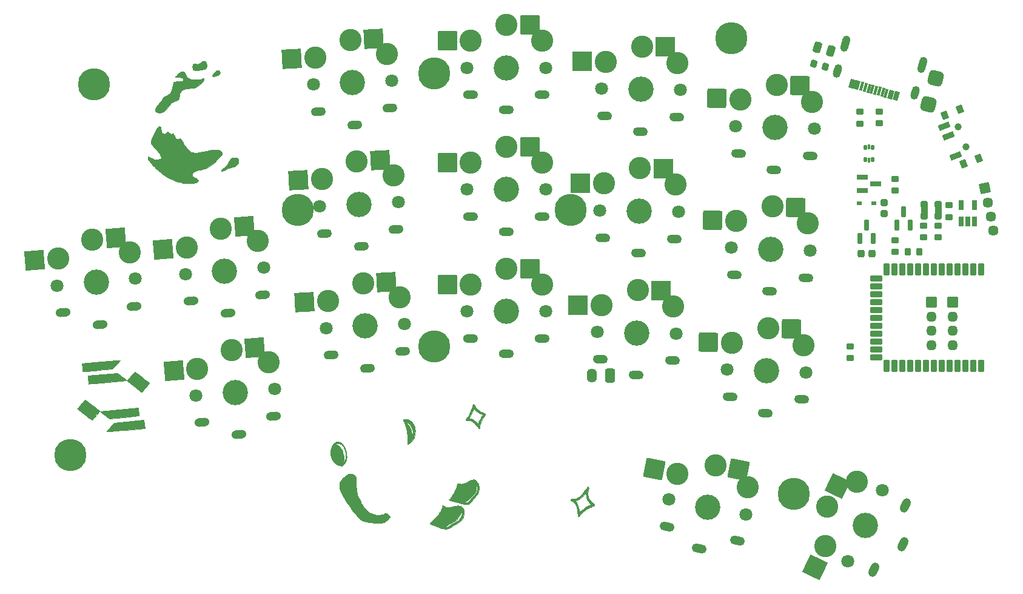
<source format=gbr>
%TF.GenerationSoftware,KiCad,Pcbnew,6.0.4-6f826c9f35~116~ubuntu20.04.1*%
%TF.CreationDate,2022-06-03T00:30:45+02:00*%
%TF.ProjectId,Wubbo,57756262-6f2e-46b6-9963-61645f706362,v0.3*%
%TF.SameCoordinates,Original*%
%TF.FileFunction,Soldermask,Top*%
%TF.FilePolarity,Negative*%
%FSLAX46Y46*%
G04 Gerber Fmt 4.6, Leading zero omitted, Abs format (unit mm)*
G04 Created by KiCad (PCBNEW 6.0.4-6f826c9f35~116~ubuntu20.04.1) date 2022-06-03 00:30:45*
%MOMM*%
%LPD*%
G01*
G04 APERTURE LIST*
G04 Aperture macros list*
%AMRoundRect*
0 Rectangle with rounded corners*
0 $1 Rounding radius*
0 $2 $3 $4 $5 $6 $7 $8 $9 X,Y pos of 4 corners*
0 Add a 4 corners polygon primitive as box body*
4,1,4,$2,$3,$4,$5,$6,$7,$8,$9,$2,$3,0*
0 Add four circle primitives for the rounded corners*
1,1,$1+$1,$2,$3*
1,1,$1+$1,$4,$5*
1,1,$1+$1,$6,$7*
1,1,$1+$1,$8,$9*
0 Add four rect primitives between the rounded corners*
20,1,$1+$1,$2,$3,$4,$5,0*
20,1,$1+$1,$4,$5,$6,$7,0*
20,1,$1+$1,$6,$7,$8,$9,0*
20,1,$1+$1,$8,$9,$2,$3,0*%
%AMHorizOval*
0 Thick line with rounded ends*
0 $1 width*
0 $2 $3 position (X,Y) of the first rounded end (center of the circle)*
0 $4 $5 position (X,Y) of the second rounded end (center of the circle)*
0 Add line between two ends*
20,1,$1,$2,$3,$4,$5,0*
0 Add two circle primitives to create the rounded ends*
1,1,$1,$2,$3*
1,1,$1,$4,$5*%
G04 Aperture macros list end*
%ADD10C,0.010000*%
%ADD11C,0.120000*%
%ADD12RoundRect,0.250000X0.275000X-0.200000X0.275000X0.200000X-0.275000X0.200000X-0.275000X-0.200000X0*%
%ADD13C,3.100000*%
%ADD14C,1.801800*%
%ADD15C,3.529000*%
%ADD16HorizOval,1.200000X-0.449383X-0.023551X0.449383X0.023551X0*%
%ADD17RoundRect,0.050000X1.230182X1.366255X-1.366255X1.230182X-1.230182X-1.366255X1.366255X-1.230182X0*%
%ADD18O,2.100000X1.200000*%
%ADD19RoundRect,0.050000X1.300000X1.300000X-1.300000X1.300000X-1.300000X-1.300000X1.300000X-1.300000X0*%
%ADD20RoundRect,0.275000X-0.250000X0.225000X-0.250000X-0.225000X0.250000X-0.225000X0.250000X0.225000X0*%
%ADD21RoundRect,0.050000X-0.187500X0.250000X-0.187500X-0.250000X0.187500X-0.250000X0.187500X0.250000X0*%
%ADD22RoundRect,0.050000X-0.150000X0.325000X-0.150000X-0.325000X0.150000X-0.325000X0.150000X0.325000X0*%
%ADD23RoundRect,0.268750X0.256250X-0.218750X0.256250X0.218750X-0.256250X0.218750X-0.256250X-0.218750X0*%
%ADD24RoundRect,0.050000X-0.675000X-0.675000X0.675000X-0.675000X0.675000X0.675000X-0.675000X0.675000X0*%
%ADD25O,1.450000X1.450000*%
%ADD26RoundRect,0.200000X0.150000X-0.587500X0.150000X0.587500X-0.150000X0.587500X-0.150000X-0.587500X0*%
%ADD27RoundRect,0.250000X-0.275000X0.200000X-0.275000X-0.200000X0.275000X-0.200000X0.275000X0.200000X0*%
%ADD28HorizOval,1.200000X-0.197267X-0.404457X0.197267X0.404457X0*%
%ADD29RoundRect,0.050000X-0.598550X1.738315X-1.738315X-0.598550X0.598550X-1.738315X1.738315X0.598550X0*%
%ADD30RoundRect,0.320833X0.379167X0.654167X-0.379167X0.654167X-0.379167X-0.654167X0.379167X-0.654167X0*%
%ADD31O,1.400000X1.950000*%
%ADD32HorizOval,1.200000X-0.449931X0.007854X0.449931X-0.007854X0*%
%ADD33RoundRect,0.050000X1.322490X1.277114X-1.277114X1.322490X-1.322490X-1.277114X1.277114X-1.322490X0*%
%ADD34RoundRect,0.050000X0.300000X0.225000X-0.300000X0.225000X-0.300000X-0.225000X0.300000X-0.225000X0*%
%ADD35RoundRect,0.275000X0.225000X0.250000X-0.225000X0.250000X-0.225000X-0.250000X0.225000X-0.250000X0*%
%ADD36RoundRect,0.050000X-0.350000X0.762000X-0.350000X-0.762000X0.350000X-0.762000X0.350000X0.762000X0*%
%ADD37RoundRect,0.050000X-0.762000X-0.350000X0.762000X-0.350000X0.762000X0.350000X-0.762000X0.350000X0*%
%ADD38RoundRect,0.050000X0.350000X-0.762000X0.350000X0.762000X-0.350000X0.762000X-0.350000X-0.762000X0*%
%ADD39C,0.800000*%
%ADD40C,4.500000*%
%ADD41RoundRect,0.050000X1.181751X1.408356X-1.408356X1.181751X-1.181751X-1.408356X1.408356X-1.181751X0*%
%ADD42HorizOval,1.200000X-0.448288X-0.039220X0.448288X0.039220X0*%
%ADD43RoundRect,0.550000X0.612372X0.353553X-0.353553X0.612372X-0.612372X-0.353553X0.353553X-0.612372X0*%
%ADD44RoundRect,0.250000X-0.200000X-0.275000X0.200000X-0.275000X0.200000X0.275000X-0.200000X0.275000X0*%
%ADD45RoundRect,0.050000X0.552616X-0.323443X0.194248X0.610137X-0.552616X0.323443X-0.194248X-0.610137X0*%
%ADD46C,1.000000*%
%ADD47RoundRect,0.050000X0.825614X-0.057977X0.574757X0.595529X-0.825614X0.057977X-0.574757X-0.595529X0*%
%ADD48HorizOval,1.200000X-0.449726X0.015705X0.449726X-0.015705X0*%
%ADD49RoundRect,0.050000X1.344577X1.253839X-1.253839X1.344577X-1.344577X-1.253839X1.253839X-1.344577X0*%
%ADD50RoundRect,0.200000X-0.587500X-0.150000X0.587500X-0.150000X0.587500X0.150000X-0.587500X0.150000X0*%
%ADD51RoundRect,0.050000X-0.442751X-0.473916X0.135427X-0.634259X0.442751X0.473916X-0.135427X0.634259X0*%
%ADD52RoundRect,0.050000X-0.298207X-0.514002X-0.009117X-0.594173X0.298207X0.514002X0.009117X0.594173X0*%
%ADD53HorizOval,1.100000X-0.160343X-0.578178X0.160343X0.578178X0*%
%ADD54HorizOval,1.100000X-0.106895X-0.385452X0.106895X0.385452X0*%
%ADD55RoundRect,0.050000X-0.533802X-0.791394X0.791394X-0.533802X0.533802X0.791394X-0.791394X0.533802X0*%
%ADD56HorizOval,1.450000X0.000000X0.000000X0.000000X0.000000X0*%
%ADD57RoundRect,0.200000X0.150000X-0.512500X0.150000X0.512500X-0.150000X0.512500X-0.150000X-0.512500X0*%
%ADD58RoundRect,0.050000X1.524167X1.028064X-1.028064X1.524167X-1.524167X-1.028064X1.028064X-1.524167X0*%
%ADD59HorizOval,1.200000X-0.441732X0.085864X0.441732X-0.085864X0*%
%ADD60RoundRect,0.250000X-0.266217X-0.211551X0.119236X-0.318446X0.266217X0.211551X-0.119236X0.318446X0*%
%ADD61RoundRect,0.300000X-0.367846X-0.390915X0.113969X-0.524534X0.367846X0.390915X-0.113969X0.524534X0*%
G04 APERTURE END LIST*
%TO.C,GR1*%
G36*
X1864112Y6058478D02*
G01*
X1864388Y6057768D01*
X1849463Y6037082D01*
X1809391Y5988445D01*
X1747270Y5915436D01*
X1666198Y5821637D01*
X1569273Y5710628D01*
X1459593Y5585991D01*
X1340258Y5451306D01*
X1317631Y5425867D01*
X776612Y4817981D01*
X-1295733Y4636352D01*
X-1649633Y4605433D01*
X-1963498Y4578237D01*
X-2239445Y4554604D01*
X-2479595Y4534378D01*
X-2686067Y4517399D01*
X-2860979Y4503510D01*
X-3006451Y4492550D01*
X-3124604Y4484364D01*
X-3217554Y4478792D01*
X-3287421Y4475675D01*
X-3336326Y4474855D01*
X-3366386Y4476175D01*
X-3379721Y4479475D01*
X-3380662Y4480531D01*
X-3385629Y4507887D01*
X-3393107Y4571567D01*
X-3402529Y4665670D01*
X-3413333Y4784299D01*
X-3424956Y4921556D01*
X-3435542Y5054725D01*
X-3477839Y5603111D01*
X-803857Y5842448D01*
X-381831Y5880109D01*
X-660Y5913883D01*
X340942Y5943871D01*
X644265Y5970179D01*
X910595Y5992911D01*
X1141221Y6012169D01*
X1337433Y6028060D01*
X1500516Y6040684D01*
X1631761Y6050149D01*
X1732454Y6056557D01*
X1803885Y6060011D01*
X1847342Y6060616D01*
X1864112Y6058478D01*
G37*
D10*
X1864112Y6058478D02*
X1864388Y6057768D01*
X1849463Y6037082D01*
X1809391Y5988445D01*
X1747270Y5915436D01*
X1666198Y5821637D01*
X1569273Y5710628D01*
X1459593Y5585991D01*
X1340258Y5451306D01*
X1317631Y5425867D01*
X776612Y4817981D01*
X-1295733Y4636352D01*
X-1649633Y4605433D01*
X-1963498Y4578237D01*
X-2239445Y4554604D01*
X-2479595Y4534378D01*
X-2686067Y4517399D01*
X-2860979Y4503510D01*
X-3006451Y4492550D01*
X-3124604Y4484364D01*
X-3217554Y4478792D01*
X-3287421Y4475675D01*
X-3336326Y4474855D01*
X-3366386Y4476175D01*
X-3379721Y4479475D01*
X-3380662Y4480531D01*
X-3385629Y4507887D01*
X-3393107Y4571567D01*
X-3402529Y4665670D01*
X-3413333Y4784299D01*
X-3424956Y4921556D01*
X-3435542Y5054725D01*
X-3477839Y5603111D01*
X-803857Y5842448D01*
X-381831Y5880109D01*
X-660Y5913883D01*
X340942Y5943871D01*
X644265Y5970179D01*
X910595Y5992911D01*
X1141221Y6012169D01*
X1337433Y6028060D01*
X1500516Y6040684D01*
X1631761Y6050149D01*
X1732454Y6056557D01*
X1803885Y6060011D01*
X1847342Y6060616D01*
X1864112Y6058478D01*
G36*
X-3011519Y536520D02*
G01*
X-2962275Y500833D01*
X-2885707Y443231D01*
X-2784702Y365948D01*
X-2662150Y271222D01*
X-2520944Y161283D01*
X-2363971Y38369D01*
X-2194123Y-95286D01*
X-2014289Y-237448D01*
X-1998671Y-249824D01*
X-983074Y-1054761D01*
X4360897Y-571553D01*
X4461654Y-1723212D01*
X2379323Y-1904506D01*
X296991Y-2085801D01*
X-159788Y-1721988D01*
X-291512Y-1617268D01*
X-423209Y-1512920D01*
X-548029Y-1414348D01*
X-659118Y-1326954D01*
X-749624Y-1256145D01*
X-803787Y-1214158D01*
X-991006Y-1070140D01*
X-1536328Y-1682909D01*
X-1657547Y-1818784D01*
X-1770040Y-1944230D01*
X-1870699Y-2055831D01*
X-1956417Y-2150171D01*
X-2024089Y-2223834D01*
X-2070605Y-2273403D01*
X-2092860Y-2295463D01*
X-2094204Y-2296286D01*
X-2112596Y-2283619D01*
X-2161251Y-2246903D01*
X-2237269Y-2188404D01*
X-2337750Y-2110386D01*
X-2459794Y-2015112D01*
X-2600501Y-1904847D01*
X-2756970Y-1781854D01*
X-2926303Y-1648399D01*
X-3105597Y-1506744D01*
X-3111163Y-1502340D01*
X-3290740Y-1360110D01*
X-3460281Y-1225498D01*
X-3616893Y-1100818D01*
X-3757686Y-988391D01*
X-3879767Y-890534D01*
X-3980247Y-809564D01*
X-4056234Y-747800D01*
X-4104836Y-707557D01*
X-4123162Y-691155D01*
X-4123208Y-691071D01*
X-4111105Y-672878D01*
X-4074374Y-627388D01*
X-4016696Y-558779D01*
X-3941753Y-471226D01*
X-3853229Y-368906D01*
X-3754805Y-255994D01*
X-3650165Y-136667D01*
X-3542990Y-15101D01*
X-3436965Y104526D01*
X-3335771Y218040D01*
X-3243091Y321264D01*
X-3162608Y410021D01*
X-3098003Y480135D01*
X-3052960Y527430D01*
X-3031163Y547731D01*
X-3030546Y548058D01*
X-3011519Y536520D01*
G37*
X-3011519Y536520D02*
X-2962275Y500833D01*
X-2885707Y443231D01*
X-2784702Y365948D01*
X-2662150Y271222D01*
X-2520944Y161283D01*
X-2363971Y38369D01*
X-2194123Y-95286D01*
X-2014289Y-237448D01*
X-1998671Y-249824D01*
X-983074Y-1054761D01*
X4360897Y-571553D01*
X4461654Y-1723212D01*
X2379323Y-1904506D01*
X296991Y-2085801D01*
X-159788Y-1721988D01*
X-291512Y-1617268D01*
X-423209Y-1512920D01*
X-548029Y-1414348D01*
X-659118Y-1326954D01*
X-749624Y-1256145D01*
X-803787Y-1214158D01*
X-991006Y-1070140D01*
X-1536328Y-1682909D01*
X-1657547Y-1818784D01*
X-1770040Y-1944230D01*
X-1870699Y-2055831D01*
X-1956417Y-2150171D01*
X-2024089Y-2223834D01*
X-2070605Y-2273403D01*
X-2092860Y-2295463D01*
X-2094204Y-2296286D01*
X-2112596Y-2283619D01*
X-2161251Y-2246903D01*
X-2237269Y-2188404D01*
X-2337750Y-2110386D01*
X-2459794Y-2015112D01*
X-2600501Y-1904847D01*
X-2756970Y-1781854D01*
X-2926303Y-1648399D01*
X-3105597Y-1506744D01*
X-3111163Y-1502340D01*
X-3290740Y-1360110D01*
X-3460281Y-1225498D01*
X-3616893Y-1100818D01*
X-3757686Y-988391D01*
X-3879767Y-890534D01*
X-3980247Y-809564D01*
X-4056234Y-747800D01*
X-4104836Y-707557D01*
X-4123162Y-691155D01*
X-4123208Y-691071D01*
X-4111105Y-672878D01*
X-4074374Y-627388D01*
X-4016696Y-558779D01*
X-3941753Y-471226D01*
X-3853229Y-368906D01*
X-3754805Y-255994D01*
X-3650165Y-136667D01*
X-3542990Y-15101D01*
X-3436965Y104526D01*
X-3335771Y218040D01*
X-3243091Y321264D01*
X-3162608Y410021D01*
X-3098003Y480135D01*
X-3052960Y527430D01*
X-3031163Y547731D01*
X-3030546Y548058D01*
X-3011519Y536520D01*
G36*
X5293218Y-3456500D02*
G01*
X2625824Y-3689866D01*
X2241504Y-3723336D01*
X1881282Y-3754401D01*
X1546764Y-3782930D01*
X1239559Y-3808795D01*
X961272Y-3831868D01*
X713510Y-3852018D01*
X497882Y-3869119D01*
X315993Y-3883040D01*
X169451Y-3893655D01*
X59863Y-3900831D01*
X-11163Y-3904442D01*
X-42023Y-3904360D01*
X-43272Y-3903781D01*
X-30027Y-3884173D01*
X8465Y-3836590D01*
X69166Y-3764559D01*
X149043Y-3671606D01*
X245060Y-3561257D01*
X354183Y-3437039D01*
X473376Y-3302477D01*
X500599Y-3271892D01*
X1046171Y-2659454D01*
X5191754Y-2296763D01*
X5293218Y-3456500D01*
G37*
X5293218Y-3456500D02*
X2625824Y-3689866D01*
X2241504Y-3723336D01*
X1881282Y-3754401D01*
X1546764Y-3782930D01*
X1239559Y-3808795D01*
X961272Y-3831868D01*
X713510Y-3852018D01*
X497882Y-3869119D01*
X315993Y-3883040D01*
X169451Y-3893655D01*
X59863Y-3900831D01*
X-11163Y-3904442D01*
X-42023Y-3904360D01*
X-43272Y-3903781D01*
X-30027Y-3884173D01*
X8465Y-3836590D01*
X69166Y-3764559D01*
X149043Y-3671606D01*
X245060Y-3561257D01*
X354183Y-3437039D01*
X473376Y-3302477D01*
X500599Y-3271892D01*
X1046171Y-2659454D01*
X5191754Y-2296763D01*
X5293218Y-3456500D01*
G36*
X3940429Y4437741D02*
G01*
X3990370Y4400395D01*
X4066204Y4342314D01*
X4164439Y4266257D01*
X4281585Y4174985D01*
X4414154Y4071254D01*
X4558653Y3957825D01*
X4711594Y3837455D01*
X4869486Y3712906D01*
X5028840Y3586933D01*
X5186164Y3462297D01*
X5337970Y3341757D01*
X5480766Y3228073D01*
X5611064Y3124001D01*
X5725372Y3032302D01*
X5820200Y2955734D01*
X5892059Y2897057D01*
X5937459Y2859029D01*
X5952915Y2844477D01*
X5939703Y2824859D01*
X5901636Y2778183D01*
X5842444Y2708616D01*
X5765860Y2620324D01*
X5675615Y2517471D01*
X5575440Y2404224D01*
X5469067Y2284748D01*
X5360228Y2163207D01*
X5252655Y2043770D01*
X5150080Y1930602D01*
X5056233Y1827865D01*
X4974847Y1739729D01*
X4909654Y1670356D01*
X4864384Y1623915D01*
X4842771Y1604568D01*
X4841884Y1604260D01*
X4820485Y1616709D01*
X4769921Y1652650D01*
X4694075Y1709124D01*
X4596836Y1783173D01*
X4482091Y1871841D01*
X4353724Y1972168D01*
X4225082Y2073695D01*
X4063605Y2201833D01*
X3891451Y2338650D01*
X3716767Y2477654D01*
X3547705Y2612356D01*
X3392413Y2736266D01*
X3259040Y2842892D01*
X3215360Y2877881D01*
X2799249Y3211444D01*
X129781Y2974898D01*
X-202268Y2945562D01*
X-522606Y2917433D01*
X-828711Y2890723D01*
X-1118059Y2865645D01*
X-1388126Y2842413D01*
X-1636390Y2821239D01*
X-1860324Y2802337D01*
X-2057407Y2785918D01*
X-2225115Y2772196D01*
X-2360924Y2761384D01*
X-2462311Y2753694D01*
X-2526750Y2749341D01*
X-2551719Y2748537D01*
X-2551921Y2748616D01*
X-2556386Y2771647D01*
X-2562728Y2831324D01*
X-2570496Y2922020D01*
X-2579240Y3038113D01*
X-2588512Y3173977D01*
X-2597642Y3320327D01*
X-2631129Y3881772D01*
X1520537Y4244996D01*
X2118610Y3771445D01*
X2258266Y3660970D01*
X2389054Y3557708D01*
X2506866Y3464887D01*
X2607594Y3385736D01*
X2687128Y3323484D01*
X2741363Y3281358D01*
X2765316Y3263202D01*
X2782520Y3252200D01*
X2799252Y3248537D01*
X2819741Y3255880D01*
X2848216Y3277900D01*
X2888907Y3318264D01*
X2946043Y3380642D01*
X3023851Y3468703D01*
X3092161Y3546767D01*
X3281726Y3763051D01*
X3444859Y3947938D01*
X3582430Y4102383D01*
X3695316Y4227338D01*
X3784385Y4323758D01*
X3850512Y4392597D01*
X3894569Y4434807D01*
X3917427Y4451343D01*
X3919870Y4451594D01*
X3940429Y4437741D01*
G37*
X3940429Y4437741D02*
X3990370Y4400395D01*
X4066204Y4342314D01*
X4164439Y4266257D01*
X4281585Y4174985D01*
X4414154Y4071254D01*
X4558653Y3957825D01*
X4711594Y3837455D01*
X4869486Y3712906D01*
X5028840Y3586933D01*
X5186164Y3462297D01*
X5337970Y3341757D01*
X5480766Y3228073D01*
X5611064Y3124001D01*
X5725372Y3032302D01*
X5820200Y2955734D01*
X5892059Y2897057D01*
X5937459Y2859029D01*
X5952915Y2844477D01*
X5939703Y2824859D01*
X5901636Y2778183D01*
X5842444Y2708616D01*
X5765860Y2620324D01*
X5675615Y2517471D01*
X5575440Y2404224D01*
X5469067Y2284748D01*
X5360228Y2163207D01*
X5252655Y2043770D01*
X5150080Y1930602D01*
X5056233Y1827865D01*
X4974847Y1739729D01*
X4909654Y1670356D01*
X4864384Y1623915D01*
X4842771Y1604568D01*
X4841884Y1604260D01*
X4820485Y1616709D01*
X4769921Y1652650D01*
X4694075Y1709124D01*
X4596836Y1783173D01*
X4482091Y1871841D01*
X4353724Y1972168D01*
X4225082Y2073695D01*
X4063605Y2201833D01*
X3891451Y2338650D01*
X3716767Y2477654D01*
X3547705Y2612356D01*
X3392413Y2736266D01*
X3259040Y2842892D01*
X3215360Y2877881D01*
X2799249Y3211444D01*
X129781Y2974898D01*
X-202268Y2945562D01*
X-522606Y2917433D01*
X-828711Y2890723D01*
X-1118059Y2865645D01*
X-1388126Y2842413D01*
X-1636390Y2821239D01*
X-1860324Y2802337D01*
X-2057407Y2785918D01*
X-2225115Y2772196D01*
X-2360924Y2761384D01*
X-2462311Y2753694D01*
X-2526750Y2749341D01*
X-2551719Y2748537D01*
X-2551921Y2748616D01*
X-2556386Y2771647D01*
X-2562728Y2831324D01*
X-2570496Y2922020D01*
X-2579240Y3038113D01*
X-2588512Y3173977D01*
X-2597642Y3320327D01*
X-2631129Y3881772D01*
X1520537Y4244996D01*
X2118610Y3771445D01*
X2258266Y3660970D01*
X2389054Y3557708D01*
X2506866Y3464887D01*
X2607594Y3385736D01*
X2687128Y3323484D01*
X2741363Y3281358D01*
X2765316Y3263202D01*
X2782520Y3252200D01*
X2799252Y3248537D01*
X2819741Y3255880D01*
X2848216Y3277900D01*
X2888907Y3318264D01*
X2946043Y3380642D01*
X3023851Y3468703D01*
X3092161Y3546767D01*
X3281726Y3763051D01*
X3444859Y3947938D01*
X3582430Y4102383D01*
X3695316Y4227338D01*
X3784385Y4323758D01*
X3850512Y4392597D01*
X3894569Y4434807D01*
X3917427Y4451343D01*
X3919870Y4451594D01*
X3940429Y4437741D01*
D11*
%TO.C,D1*%
X114520000Y27620000D02*
X113680000Y27620000D01*
X113680000Y27620000D02*
X113680000Y26410000D01*
X113680000Y26410000D02*
X114520000Y26410000D01*
X114520000Y26410000D02*
X114520000Y27620000D01*
G36*
X114520000Y27620000D02*
G01*
X113680000Y27620000D01*
X113680000Y26410000D01*
X114520000Y26410000D01*
X114520000Y27620000D01*
G37*
%TO.C,GR4*%
G36*
X10639499Y46333424D02*
G01*
X10694255Y46311018D01*
X10727619Y46292359D01*
X10783620Y46254767D01*
X10830097Y46210094D01*
X10872182Y46150659D01*
X10915003Y46068781D01*
X10963690Y45956780D01*
X10982216Y45911158D01*
X11068305Y45728320D01*
X11168334Y45580013D01*
X11287808Y45461655D01*
X11432230Y45368660D01*
X11607106Y45296446D01*
X11776688Y45249616D01*
X11840539Y45239620D01*
X11938756Y45230169D01*
X12063374Y45221521D01*
X12206426Y45213935D01*
X12359946Y45207671D01*
X12515969Y45202987D01*
X12666528Y45200141D01*
X12803657Y45199394D01*
X12919391Y45201003D01*
X13005762Y45205229D01*
X13037112Y45208647D01*
X13131259Y45237818D01*
X13246314Y45300698D01*
X13287005Y45327497D01*
X13381978Y45388402D01*
X13450781Y45421809D01*
X13498869Y45428365D01*
X13531693Y45408717D01*
X13554709Y45363512D01*
X13556087Y45359425D01*
X13566939Y45261857D01*
X13539179Y45151396D01*
X13472626Y45027828D01*
X13367100Y44890939D01*
X13222419Y44740514D01*
X13038402Y44576339D01*
X12814867Y44398199D01*
X12625209Y44258197D01*
X12521398Y44184630D01*
X12436809Y44129177D01*
X12362300Y44088890D01*
X12288729Y44060822D01*
X12206953Y44042023D01*
X12107832Y44029548D01*
X11982224Y44020448D01*
X11868633Y44014246D01*
X11732687Y44006261D01*
X11598580Y43996772D01*
X11477326Y43986670D01*
X11379938Y43976849D01*
X11333341Y43970844D01*
X11054135Y43916725D01*
X10812679Y43844018D01*
X10609058Y43752764D01*
X10443359Y43643003D01*
X10315667Y43514776D01*
X10285993Y43474485D01*
X10237063Y43396472D01*
X10199551Y43318552D01*
X10170632Y43231288D01*
X10147482Y43125239D01*
X10127278Y42990968D01*
X10117537Y42911500D01*
X10094366Y42742008D01*
X10066037Y42609125D01*
X10028004Y42507131D01*
X9975721Y42430306D01*
X9904642Y42372929D01*
X9810220Y42329280D01*
X9687909Y42293640D01*
X9612929Y42276620D01*
X9385876Y42211216D01*
X9189800Y42118263D01*
X9022680Y41996735D01*
X8976175Y41952836D01*
X8921691Y41893934D01*
X8848816Y41809012D01*
X8764218Y41706168D01*
X8674566Y41593503D01*
X8590635Y41484547D01*
X8429197Y41278066D01*
X8282494Y41105911D01*
X8146467Y40964473D01*
X8017055Y40850146D01*
X7890200Y40759321D01*
X7761842Y40688393D01*
X7636628Y40636793D01*
X7489917Y40600824D01*
X7326553Y40586524D01*
X7166870Y40594975D01*
X7095088Y40607994D01*
X6967468Y40652264D01*
X6860324Y40717468D01*
X6780417Y40798040D01*
X6734509Y40888416D01*
X6729707Y40908725D01*
X6730377Y40985046D01*
X6752862Y41081170D01*
X6793060Y41183429D01*
X6835419Y41260792D01*
X6861802Y41299459D01*
X6909223Y41366035D01*
X6973342Y41454545D01*
X7049819Y41559015D01*
X7134314Y41673472D01*
X7177252Y41731290D01*
X7276526Y41864802D01*
X7381653Y42006373D01*
X7485157Y42145920D01*
X7579561Y42273363D01*
X7657389Y42378621D01*
X7668205Y42393274D01*
X7778345Y42536605D01*
X7876665Y42649716D01*
X7971096Y42739831D01*
X8069567Y42814171D01*
X8180010Y42879961D01*
X8232144Y42906916D01*
X8483225Y43048114D01*
X8694166Y43200838D01*
X8864797Y43364895D01*
X8994951Y43540091D01*
X9084459Y43726234D01*
X9133151Y43923129D01*
X9135739Y43943152D01*
X9154116Y44091916D01*
X9170481Y44207243D01*
X9186787Y44297840D01*
X9204985Y44372419D01*
X9227026Y44439689D01*
X9254862Y44508359D01*
X9270058Y44542611D01*
X9308864Y44632770D01*
X9330795Y44697704D01*
X9338822Y44749586D01*
X9335914Y44800586D01*
X9334843Y44808083D01*
X9321111Y44899656D01*
X9433285Y44911112D01*
X9491153Y44915518D01*
X9581989Y44920626D01*
X9696444Y44925992D01*
X9825167Y44931171D01*
X9937042Y44935037D01*
X10067592Y44940194D01*
X10188892Y44946830D01*
X10292424Y44954339D01*
X10369669Y44962113D01*
X10409200Y44968708D01*
X10481072Y44999913D01*
X10554996Y45051291D01*
X10618533Y45112134D01*
X10659244Y45171735D01*
X10665573Y45189401D01*
X10663006Y45261422D01*
X10622938Y45333453D01*
X10549993Y45401308D01*
X10448794Y45460801D01*
X10323965Y45507745D01*
X10309416Y45511847D01*
X10247989Y45523933D01*
X10155757Y45536273D01*
X10044216Y45547573D01*
X9924866Y45556536D01*
X9899233Y45558037D01*
X9790125Y45564985D01*
X9696443Y45572667D01*
X9626156Y45580297D01*
X9587236Y45587091D01*
X9582379Y45589238D01*
X9588049Y45609774D01*
X9619754Y45643585D01*
X9634625Y45655908D01*
X9675827Y45694703D01*
X9733516Y45757509D01*
X9798851Y45834416D01*
X9842352Y45888710D01*
X9985055Y46054614D01*
X10123856Y46180680D01*
X10261622Y46268859D01*
X10401218Y46321104D01*
X10501297Y46337317D01*
X10581609Y46340914D01*
X10639499Y46333424D01*
G37*
D10*
X10639499Y46333424D02*
X10694255Y46311018D01*
X10727619Y46292359D01*
X10783620Y46254767D01*
X10830097Y46210094D01*
X10872182Y46150659D01*
X10915003Y46068781D01*
X10963690Y45956780D01*
X10982216Y45911158D01*
X11068305Y45728320D01*
X11168334Y45580013D01*
X11287808Y45461655D01*
X11432230Y45368660D01*
X11607106Y45296446D01*
X11776688Y45249616D01*
X11840539Y45239620D01*
X11938756Y45230169D01*
X12063374Y45221521D01*
X12206426Y45213935D01*
X12359946Y45207671D01*
X12515969Y45202987D01*
X12666528Y45200141D01*
X12803657Y45199394D01*
X12919391Y45201003D01*
X13005762Y45205229D01*
X13037112Y45208647D01*
X13131259Y45237818D01*
X13246314Y45300698D01*
X13287005Y45327497D01*
X13381978Y45388402D01*
X13450781Y45421809D01*
X13498869Y45428365D01*
X13531693Y45408717D01*
X13554709Y45363512D01*
X13556087Y45359425D01*
X13566939Y45261857D01*
X13539179Y45151396D01*
X13472626Y45027828D01*
X13367100Y44890939D01*
X13222419Y44740514D01*
X13038402Y44576339D01*
X12814867Y44398199D01*
X12625209Y44258197D01*
X12521398Y44184630D01*
X12436809Y44129177D01*
X12362300Y44088890D01*
X12288729Y44060822D01*
X12206953Y44042023D01*
X12107832Y44029548D01*
X11982224Y44020448D01*
X11868633Y44014246D01*
X11732687Y44006261D01*
X11598580Y43996772D01*
X11477326Y43986670D01*
X11379938Y43976849D01*
X11333341Y43970844D01*
X11054135Y43916725D01*
X10812679Y43844018D01*
X10609058Y43752764D01*
X10443359Y43643003D01*
X10315667Y43514776D01*
X10285993Y43474485D01*
X10237063Y43396472D01*
X10199551Y43318552D01*
X10170632Y43231288D01*
X10147482Y43125239D01*
X10127278Y42990968D01*
X10117537Y42911500D01*
X10094366Y42742008D01*
X10066037Y42609125D01*
X10028004Y42507131D01*
X9975721Y42430306D01*
X9904642Y42372929D01*
X9810220Y42329280D01*
X9687909Y42293640D01*
X9612929Y42276620D01*
X9385876Y42211216D01*
X9189800Y42118263D01*
X9022680Y41996735D01*
X8976175Y41952836D01*
X8921691Y41893934D01*
X8848816Y41809012D01*
X8764218Y41706168D01*
X8674566Y41593503D01*
X8590635Y41484547D01*
X8429197Y41278066D01*
X8282494Y41105911D01*
X8146467Y40964473D01*
X8017055Y40850146D01*
X7890200Y40759321D01*
X7761842Y40688393D01*
X7636628Y40636793D01*
X7489917Y40600824D01*
X7326553Y40586524D01*
X7166870Y40594975D01*
X7095088Y40607994D01*
X6967468Y40652264D01*
X6860324Y40717468D01*
X6780417Y40798040D01*
X6734509Y40888416D01*
X6729707Y40908725D01*
X6730377Y40985046D01*
X6752862Y41081170D01*
X6793060Y41183429D01*
X6835419Y41260792D01*
X6861802Y41299459D01*
X6909223Y41366035D01*
X6973342Y41454545D01*
X7049819Y41559015D01*
X7134314Y41673472D01*
X7177252Y41731290D01*
X7276526Y41864802D01*
X7381653Y42006373D01*
X7485157Y42145920D01*
X7579561Y42273363D01*
X7657389Y42378621D01*
X7668205Y42393274D01*
X7778345Y42536605D01*
X7876665Y42649716D01*
X7971096Y42739831D01*
X8069567Y42814171D01*
X8180010Y42879961D01*
X8232144Y42906916D01*
X8483225Y43048114D01*
X8694166Y43200838D01*
X8864797Y43364895D01*
X8994951Y43540091D01*
X9084459Y43726234D01*
X9133151Y43923129D01*
X9135739Y43943152D01*
X9154116Y44091916D01*
X9170481Y44207243D01*
X9186787Y44297840D01*
X9204985Y44372419D01*
X9227026Y44439689D01*
X9254862Y44508359D01*
X9270058Y44542611D01*
X9308864Y44632770D01*
X9330795Y44697704D01*
X9338822Y44749586D01*
X9335914Y44800586D01*
X9334843Y44808083D01*
X9321111Y44899656D01*
X9433285Y44911112D01*
X9491153Y44915518D01*
X9581989Y44920626D01*
X9696444Y44925992D01*
X9825167Y44931171D01*
X9937042Y44935037D01*
X10067592Y44940194D01*
X10188892Y44946830D01*
X10292424Y44954339D01*
X10369669Y44962113D01*
X10409200Y44968708D01*
X10481072Y44999913D01*
X10554996Y45051291D01*
X10618533Y45112134D01*
X10659244Y45171735D01*
X10665573Y45189401D01*
X10663006Y45261422D01*
X10622938Y45333453D01*
X10549993Y45401308D01*
X10448794Y45460801D01*
X10323965Y45507745D01*
X10309416Y45511847D01*
X10247989Y45523933D01*
X10155757Y45536273D01*
X10044216Y45547573D01*
X9924866Y45556536D01*
X9899233Y45558037D01*
X9790125Y45564985D01*
X9696443Y45572667D01*
X9626156Y45580297D01*
X9587236Y45587091D01*
X9582379Y45589238D01*
X9588049Y45609774D01*
X9619754Y45643585D01*
X9634625Y45655908D01*
X9675827Y45694703D01*
X9733516Y45757509D01*
X9798851Y45834416D01*
X9842352Y45888710D01*
X9985055Y46054614D01*
X10123856Y46180680D01*
X10261622Y46268859D01*
X10401218Y46321104D01*
X10501297Y46337317D01*
X10581609Y46340914D01*
X10639499Y46333424D01*
G36*
X15576908Y46467346D02*
G01*
X15615660Y46452360D01*
X15708634Y46395340D01*
X15766587Y46319093D01*
X15792885Y46231062D01*
X15788821Y46143222D01*
X15755424Y46048425D01*
X15699515Y45961741D01*
X15648724Y45912487D01*
X15540091Y45843000D01*
X15411224Y45781763D01*
X15271232Y45731128D01*
X15129220Y45693450D01*
X14994296Y45671083D01*
X14875568Y45666380D01*
X14782142Y45681696D01*
X14771278Y45685701D01*
X14727133Y45717750D01*
X14714122Y45767096D01*
X14732866Y45835674D01*
X14783986Y45925417D01*
X14868101Y46038257D01*
X14894870Y46070918D01*
X15032219Y46225840D01*
X15156246Y46343183D01*
X15269841Y46424476D01*
X15375890Y46471249D01*
X15477283Y46485029D01*
X15576908Y46467346D01*
G37*
X15576908Y46467346D02*
X15615660Y46452360D01*
X15708634Y46395340D01*
X15766587Y46319093D01*
X15792885Y46231062D01*
X15788821Y46143222D01*
X15755424Y46048425D01*
X15699515Y45961741D01*
X15648724Y45912487D01*
X15540091Y45843000D01*
X15411224Y45781763D01*
X15271232Y45731128D01*
X15129220Y45693450D01*
X14994296Y45671083D01*
X14875568Y45666380D01*
X14782142Y45681696D01*
X14771278Y45685701D01*
X14727133Y45717750D01*
X14714122Y45767096D01*
X14732866Y45835674D01*
X14783986Y45925417D01*
X14868101Y46038257D01*
X14894870Y46070918D01*
X15032219Y46225840D01*
X15156246Y46343183D01*
X15269841Y46424476D01*
X15375890Y46471249D01*
X15477283Y46485029D01*
X15576908Y46467346D01*
G36*
X18024419Y34315156D02*
G01*
X18128261Y34283838D01*
X18128542Y34283710D01*
X18250945Y34213289D01*
X18335128Y34128774D01*
X18384226Y34025110D01*
X18401375Y33897242D01*
X18400396Y33845554D01*
X18379441Y33702260D01*
X18329337Y33567575D01*
X18246384Y33433942D01*
X18133844Y33301146D01*
X17997017Y33175800D01*
X17856531Y33088682D01*
X17704846Y33035865D01*
X17588792Y33017278D01*
X17484170Y33002985D01*
X17375104Y32978811D01*
X17255842Y32942699D01*
X17120628Y32892590D01*
X16963712Y32826426D01*
X16779338Y32742150D01*
X16657572Y32684169D01*
X16501251Y32609808D01*
X16377176Y32553085D01*
X16280140Y32511908D01*
X16204934Y32484184D01*
X16146352Y32467823D01*
X16101947Y32460946D01*
X15990709Y32451722D01*
X15990709Y32530450D01*
X16006756Y32617456D01*
X16057163Y32693034D01*
X16145326Y32761626D01*
X16184943Y32784380D01*
X16370402Y32894913D01*
X16528250Y33014027D01*
X16671498Y33151023D01*
X16818283Y33327126D01*
X16933511Y33514257D01*
X17015019Y33696270D01*
X17082701Y33859865D01*
X17147246Y33988117D01*
X17213768Y34087204D01*
X17287381Y34163305D01*
X17373197Y34222597D01*
X17476330Y34271259D01*
X17497839Y34279636D01*
X17618246Y34312454D01*
X17755452Y34329374D01*
X17895496Y34330305D01*
X18024419Y34315156D01*
G37*
X18024419Y34315156D02*
X18128261Y34283838D01*
X18128542Y34283710D01*
X18250945Y34213289D01*
X18335128Y34128774D01*
X18384226Y34025110D01*
X18401375Y33897242D01*
X18400396Y33845554D01*
X18379441Y33702260D01*
X18329337Y33567575D01*
X18246384Y33433942D01*
X18133844Y33301146D01*
X17997017Y33175800D01*
X17856531Y33088682D01*
X17704846Y33035865D01*
X17588792Y33017278D01*
X17484170Y33002985D01*
X17375104Y32978811D01*
X17255842Y32942699D01*
X17120628Y32892590D01*
X16963712Y32826426D01*
X16779338Y32742150D01*
X16657572Y32684169D01*
X16501251Y32609808D01*
X16377176Y32553085D01*
X16280140Y32511908D01*
X16204934Y32484184D01*
X16146352Y32467823D01*
X16101947Y32460946D01*
X15990709Y32451722D01*
X15990709Y32530450D01*
X16006756Y32617456D01*
X16057163Y32693034D01*
X16145326Y32761626D01*
X16184943Y32784380D01*
X16370402Y32894913D01*
X16528250Y33014027D01*
X16671498Y33151023D01*
X16818283Y33327126D01*
X16933511Y33514257D01*
X17015019Y33696270D01*
X17082701Y33859865D01*
X17147246Y33988117D01*
X17213768Y34087204D01*
X17287381Y34163305D01*
X17373197Y34222597D01*
X17476330Y34271259D01*
X17497839Y34279636D01*
X17618246Y34312454D01*
X17755452Y34329374D01*
X17895496Y34330305D01*
X18024419Y34315156D01*
G36*
X7379989Y38661824D02*
G01*
X7401827Y38655673D01*
X7440296Y38642272D01*
X7468803Y38625776D01*
X7489609Y38599785D01*
X7504977Y38557896D01*
X7517168Y38493710D01*
X7528444Y38400824D01*
X7541066Y38272838D01*
X7542528Y38257454D01*
X7570532Y38073716D01*
X7617162Y37925294D01*
X7684058Y37808729D01*
X7772858Y37720562D01*
X7808180Y37696533D01*
X7920964Y37644516D01*
X8030170Y37631504D01*
X8138659Y37658165D01*
X8249290Y37725166D01*
X8357021Y37824707D01*
X8411979Y37880159D01*
X8457500Y37920780D01*
X8484741Y37938762D01*
X8486510Y37939029D01*
X8510360Y37924652D01*
X8554634Y37886503D01*
X8611026Y37831904D01*
X8629448Y37813013D01*
X8705814Y37739471D01*
X8771395Y37691872D01*
X8839314Y37661222D01*
X8860862Y37654356D01*
X8928524Y37636723D01*
X8981496Y37632517D01*
X9040229Y37641877D01*
X9093457Y37655939D01*
X9163986Y37672592D01*
X9220620Y37680363D01*
X9245663Y37678805D01*
X9269304Y37651948D01*
X9287766Y37601343D01*
X9289342Y37593718D01*
X9322327Y37503012D01*
X9378933Y37434988D01*
X9450467Y37399324D01*
X9489706Y37386976D01*
X9508118Y37363991D01*
X9513478Y37317030D01*
X9513709Y37290814D01*
X9532767Y37176127D01*
X9585159Y37077980D01*
X9663713Y37000615D01*
X9761256Y36948271D01*
X9870616Y36925189D01*
X9984620Y36935610D01*
X10064042Y36965464D01*
X10125130Y36991942D01*
X10177010Y37006699D01*
X10188550Y37007797D01*
X10214027Y37001520D01*
X10244553Y36980611D01*
X10282464Y36941956D01*
X10330094Y36882440D01*
X10389777Y36798949D01*
X10463847Y36688367D01*
X10554640Y36547579D01*
X10664490Y36373472D01*
X10667071Y36369351D01*
X10837244Y36102520D01*
X10992148Y35871452D01*
X11134814Y35673735D01*
X11268270Y35506959D01*
X11395545Y35368709D01*
X11519668Y35256576D01*
X11643669Y35168147D01*
X11770575Y35101011D01*
X11903416Y35052755D01*
X12045221Y35020967D01*
X12199019Y35003236D01*
X12367838Y34997151D01*
X12390470Y34997089D01*
X12520148Y34999512D01*
X12653441Y35007160D01*
X12794982Y35020787D01*
X12949403Y35041143D01*
X13121336Y35068980D01*
X13315414Y35105051D01*
X13536270Y35150107D01*
X13788536Y35204899D01*
X14076843Y35270180D01*
X14085709Y35272219D01*
X14241383Y35307425D01*
X14392970Y35340590D01*
X14532643Y35370084D01*
X14652577Y35394281D01*
X14744947Y35411553D01*
X14791032Y35418929D01*
X15002410Y35438180D01*
X15214594Y35439916D01*
X15417905Y35424936D01*
X15602664Y35394037D01*
X15759195Y35348019D01*
X15786982Y35336764D01*
X15907138Y35269109D01*
X16002166Y35182758D01*
X16066740Y35084241D01*
X16095537Y34980086D01*
X16096542Y34957160D01*
X16080941Y34885381D01*
X16035562Y34788614D01*
X15962539Y34669684D01*
X15864005Y34531418D01*
X15742096Y34376641D01*
X15598945Y34208181D01*
X15436686Y34028864D01*
X15257455Y33841516D01*
X15242941Y33826767D01*
X14978117Y33571982D01*
X14720003Y33353601D01*
X14461922Y33167864D01*
X14197199Y33011015D01*
X13919158Y32879294D01*
X13621121Y32768944D01*
X13296413Y32676208D01*
X13128904Y32636799D01*
X12836424Y32566113D01*
X12585404Y32492399D01*
X12375053Y32415217D01*
X12204576Y32334130D01*
X12073181Y32248697D01*
X11980073Y32158480D01*
X11924462Y32063039D01*
X11905552Y31961936D01*
X11905542Y31959547D01*
X11918185Y31875161D01*
X11958184Y31794848D01*
X12028647Y31715410D01*
X12132680Y31633648D01*
X12273392Y31546364D01*
X12345530Y31506561D01*
X12507844Y31409739D01*
X12628066Y31316377D01*
X12706341Y31227037D01*
X12742811Y31142279D01*
X12737618Y31062665D01*
X12690907Y30988756D01*
X12602820Y30921114D01*
X12473499Y30860301D01*
X12303089Y30806876D01*
X12158938Y30774078D01*
X12074159Y30761738D01*
X11953081Y30750771D01*
X11801726Y30741579D01*
X11626115Y30734562D01*
X11524542Y30731846D01*
X11367310Y30728589D01*
X11243053Y30727135D01*
X11142429Y30728063D01*
X11056097Y30731950D01*
X10974717Y30739375D01*
X10888948Y30750917D01*
X10789448Y30767154D01*
X10699042Y30782964D01*
X10447667Y30830212D01*
X10226330Y30878277D01*
X10022797Y30930215D01*
X9824834Y30989082D01*
X9675197Y31038742D01*
X9205998Y31221615D01*
X8738666Y31445740D01*
X8275140Y31710038D01*
X7817359Y32013428D01*
X7493072Y32254946D01*
X7278625Y32429078D01*
X7064258Y32616126D01*
X6853572Y32812126D01*
X6650168Y33013117D01*
X6457646Y33215136D01*
X6279607Y33414222D01*
X6119653Y33606412D01*
X5981382Y33787744D01*
X5868397Y33954256D01*
X5784298Y34101986D01*
X5753605Y34169026D01*
X5718687Y34265437D01*
X5706380Y34334518D01*
X5716170Y34384399D01*
X5738077Y34414475D01*
X5762251Y34431660D01*
X5794040Y34438160D01*
X5838364Y34432412D01*
X5900139Y34412848D01*
X5984284Y34377904D01*
X6095717Y34326013D01*
X6239355Y34255610D01*
X6243459Y34253570D01*
X6398759Y34178499D01*
X6526546Y34122779D01*
X6635695Y34084126D01*
X6735080Y34060253D01*
X6833574Y34048876D01*
X6940052Y34047711D01*
X7026626Y34051911D01*
X7211834Y34072439D01*
X7358178Y34107997D01*
X7466677Y34159425D01*
X7538351Y34227565D01*
X7574221Y34313260D01*
X7575306Y34417349D01*
X7559064Y34491124D01*
X7525283Y34586212D01*
X7476780Y34686789D01*
X7411099Y34796179D01*
X7325784Y34917702D01*
X7218379Y35054681D01*
X7086428Y35210438D01*
X6927477Y35388295D01*
X6769734Y35558871D01*
X6622472Y35717425D01*
X6502219Y35849986D01*
X6405980Y35960425D01*
X6330759Y36052614D01*
X6273561Y36130423D01*
X6231389Y36197723D01*
X6201248Y36258386D01*
X6180143Y36316281D01*
X6177987Y36323532D01*
X6159940Y36408014D01*
X6156123Y36496526D01*
X6167374Y36598432D01*
X6194532Y36723101D01*
X6223154Y36827880D01*
X6265790Y36957367D01*
X6323478Y37105165D01*
X6393692Y37266784D01*
X6473906Y37437733D01*
X6561596Y37613523D01*
X6654235Y37789662D01*
X6749298Y37961662D01*
X6844259Y38125030D01*
X6936592Y38275278D01*
X7023771Y38407914D01*
X7103272Y38518449D01*
X7172568Y38602392D01*
X7229134Y38655253D01*
X7260100Y38671433D01*
X7312146Y38673150D01*
X7379989Y38661824D01*
G37*
X7379989Y38661824D02*
X7401827Y38655673D01*
X7440296Y38642272D01*
X7468803Y38625776D01*
X7489609Y38599785D01*
X7504977Y38557896D01*
X7517168Y38493710D01*
X7528444Y38400824D01*
X7541066Y38272838D01*
X7542528Y38257454D01*
X7570532Y38073716D01*
X7617162Y37925294D01*
X7684058Y37808729D01*
X7772858Y37720562D01*
X7808180Y37696533D01*
X7920964Y37644516D01*
X8030170Y37631504D01*
X8138659Y37658165D01*
X8249290Y37725166D01*
X8357021Y37824707D01*
X8411979Y37880159D01*
X8457500Y37920780D01*
X8484741Y37938762D01*
X8486510Y37939029D01*
X8510360Y37924652D01*
X8554634Y37886503D01*
X8611026Y37831904D01*
X8629448Y37813013D01*
X8705814Y37739471D01*
X8771395Y37691872D01*
X8839314Y37661222D01*
X8860862Y37654356D01*
X8928524Y37636723D01*
X8981496Y37632517D01*
X9040229Y37641877D01*
X9093457Y37655939D01*
X9163986Y37672592D01*
X9220620Y37680363D01*
X9245663Y37678805D01*
X9269304Y37651948D01*
X9287766Y37601343D01*
X9289342Y37593718D01*
X9322327Y37503012D01*
X9378933Y37434988D01*
X9450467Y37399324D01*
X9489706Y37386976D01*
X9508118Y37363991D01*
X9513478Y37317030D01*
X9513709Y37290814D01*
X9532767Y37176127D01*
X9585159Y37077980D01*
X9663713Y37000615D01*
X9761256Y36948271D01*
X9870616Y36925189D01*
X9984620Y36935610D01*
X10064042Y36965464D01*
X10125130Y36991942D01*
X10177010Y37006699D01*
X10188550Y37007797D01*
X10214027Y37001520D01*
X10244553Y36980611D01*
X10282464Y36941956D01*
X10330094Y36882440D01*
X10389777Y36798949D01*
X10463847Y36688367D01*
X10554640Y36547579D01*
X10664490Y36373472D01*
X10667071Y36369351D01*
X10837244Y36102520D01*
X10992148Y35871452D01*
X11134814Y35673735D01*
X11268270Y35506959D01*
X11395545Y35368709D01*
X11519668Y35256576D01*
X11643669Y35168147D01*
X11770575Y35101011D01*
X11903416Y35052755D01*
X12045221Y35020967D01*
X12199019Y35003236D01*
X12367838Y34997151D01*
X12390470Y34997089D01*
X12520148Y34999512D01*
X12653441Y35007160D01*
X12794982Y35020787D01*
X12949403Y35041143D01*
X13121336Y35068980D01*
X13315414Y35105051D01*
X13536270Y35150107D01*
X13788536Y35204899D01*
X14076843Y35270180D01*
X14085709Y35272219D01*
X14241383Y35307425D01*
X14392970Y35340590D01*
X14532643Y35370084D01*
X14652577Y35394281D01*
X14744947Y35411553D01*
X14791032Y35418929D01*
X15002410Y35438180D01*
X15214594Y35439916D01*
X15417905Y35424936D01*
X15602664Y35394037D01*
X15759195Y35348019D01*
X15786982Y35336764D01*
X15907138Y35269109D01*
X16002166Y35182758D01*
X16066740Y35084241D01*
X16095537Y34980086D01*
X16096542Y34957160D01*
X16080941Y34885381D01*
X16035562Y34788614D01*
X15962539Y34669684D01*
X15864005Y34531418D01*
X15742096Y34376641D01*
X15598945Y34208181D01*
X15436686Y34028864D01*
X15257455Y33841516D01*
X15242941Y33826767D01*
X14978117Y33571982D01*
X14720003Y33353601D01*
X14461922Y33167864D01*
X14197199Y33011015D01*
X13919158Y32879294D01*
X13621121Y32768944D01*
X13296413Y32676208D01*
X13128904Y32636799D01*
X12836424Y32566113D01*
X12585404Y32492399D01*
X12375053Y32415217D01*
X12204576Y32334130D01*
X12073181Y32248697D01*
X11980073Y32158480D01*
X11924462Y32063039D01*
X11905552Y31961936D01*
X11905542Y31959547D01*
X11918185Y31875161D01*
X11958184Y31794848D01*
X12028647Y31715410D01*
X12132680Y31633648D01*
X12273392Y31546364D01*
X12345530Y31506561D01*
X12507844Y31409739D01*
X12628066Y31316377D01*
X12706341Y31227037D01*
X12742811Y31142279D01*
X12737618Y31062665D01*
X12690907Y30988756D01*
X12602820Y30921114D01*
X12473499Y30860301D01*
X12303089Y30806876D01*
X12158938Y30774078D01*
X12074159Y30761738D01*
X11953081Y30750771D01*
X11801726Y30741579D01*
X11626115Y30734562D01*
X11524542Y30731846D01*
X11367310Y30728589D01*
X11243053Y30727135D01*
X11142429Y30728063D01*
X11056097Y30731950D01*
X10974717Y30739375D01*
X10888948Y30750917D01*
X10789448Y30767154D01*
X10699042Y30782964D01*
X10447667Y30830212D01*
X10226330Y30878277D01*
X10022797Y30930215D01*
X9824834Y30989082D01*
X9675197Y31038742D01*
X9205998Y31221615D01*
X8738666Y31445740D01*
X8275140Y31710038D01*
X7817359Y32013428D01*
X7493072Y32254946D01*
X7278625Y32429078D01*
X7064258Y32616126D01*
X6853572Y32812126D01*
X6650168Y33013117D01*
X6457646Y33215136D01*
X6279607Y33414222D01*
X6119653Y33606412D01*
X5981382Y33787744D01*
X5868397Y33954256D01*
X5784298Y34101986D01*
X5753605Y34169026D01*
X5718687Y34265437D01*
X5706380Y34334518D01*
X5716170Y34384399D01*
X5738077Y34414475D01*
X5762251Y34431660D01*
X5794040Y34438160D01*
X5838364Y34432412D01*
X5900139Y34412848D01*
X5984284Y34377904D01*
X6095717Y34326013D01*
X6239355Y34255610D01*
X6243459Y34253570D01*
X6398759Y34178499D01*
X6526546Y34122779D01*
X6635695Y34084126D01*
X6735080Y34060253D01*
X6833574Y34048876D01*
X6940052Y34047711D01*
X7026626Y34051911D01*
X7211834Y34072439D01*
X7358178Y34107997D01*
X7466677Y34159425D01*
X7538351Y34227565D01*
X7574221Y34313260D01*
X7575306Y34417349D01*
X7559064Y34491124D01*
X7525283Y34586212D01*
X7476780Y34686789D01*
X7411099Y34796179D01*
X7325784Y34917702D01*
X7218379Y35054681D01*
X7086428Y35210438D01*
X6927477Y35388295D01*
X6769734Y35558871D01*
X6622472Y35717425D01*
X6502219Y35849986D01*
X6405980Y35960425D01*
X6330759Y36052614D01*
X6273561Y36130423D01*
X6231389Y36197723D01*
X6201248Y36258386D01*
X6180143Y36316281D01*
X6177987Y36323532D01*
X6159940Y36408014D01*
X6156123Y36496526D01*
X6167374Y36598432D01*
X6194532Y36723101D01*
X6223154Y36827880D01*
X6265790Y36957367D01*
X6323478Y37105165D01*
X6393692Y37266784D01*
X6473906Y37437733D01*
X6561596Y37613523D01*
X6654235Y37789662D01*
X6749298Y37961662D01*
X6844259Y38125030D01*
X6936592Y38275278D01*
X7023771Y38407914D01*
X7103272Y38518449D01*
X7172568Y38602392D01*
X7229134Y38655253D01*
X7260100Y38671433D01*
X7312146Y38673150D01*
X7379989Y38661824D01*
G36*
X13663058Y47788544D02*
G01*
X13748115Y47727904D01*
X13752145Y47723760D01*
X13810300Y47644325D01*
X13865141Y47535805D01*
X13910859Y47411377D01*
X13938562Y47301100D01*
X13952985Y47143114D01*
X13931443Y47004205D01*
X13873486Y46883980D01*
X13778664Y46782048D01*
X13646525Y46698017D01*
X13476619Y46631496D01*
X13268495Y46582093D01*
X13080292Y46555295D01*
X12923126Y46540447D01*
X12763683Y46529519D01*
X12609125Y46522630D01*
X12466613Y46519897D01*
X12343311Y46521438D01*
X12246380Y46527372D01*
X12182983Y46537817D01*
X12175217Y46540360D01*
X12101567Y46572371D01*
X12049626Y46609219D01*
X12014450Y46659301D01*
X11991097Y46731017D01*
X11974626Y46832765D01*
X11967933Y46892602D01*
X11959293Y47062987D01*
X11971745Y47200580D01*
X12005036Y47303808D01*
X12042638Y47356847D01*
X12112037Y47397470D01*
X12217239Y47416878D01*
X12357375Y47415008D01*
X12527832Y47392459D01*
X12620928Y47377529D01*
X12692469Y47372667D01*
X12752736Y47381123D01*
X12812008Y47406149D01*
X12880566Y47450995D01*
X12968690Y47518913D01*
X12995626Y47540392D01*
X13164455Y47664277D01*
X13314696Y47750812D01*
X13447266Y47800220D01*
X13563081Y47812724D01*
X13663058Y47788544D01*
G37*
X13663058Y47788544D02*
X13748115Y47727904D01*
X13752145Y47723760D01*
X13810300Y47644325D01*
X13865141Y47535805D01*
X13910859Y47411377D01*
X13938562Y47301100D01*
X13952985Y47143114D01*
X13931443Y47004205D01*
X13873486Y46883980D01*
X13778664Y46782048D01*
X13646525Y46698017D01*
X13476619Y46631496D01*
X13268495Y46582093D01*
X13080292Y46555295D01*
X12923126Y46540447D01*
X12763683Y46529519D01*
X12609125Y46522630D01*
X12466613Y46519897D01*
X12343311Y46521438D01*
X12246380Y46527372D01*
X12182983Y46537817D01*
X12175217Y46540360D01*
X12101567Y46572371D01*
X12049626Y46609219D01*
X12014450Y46659301D01*
X11991097Y46731017D01*
X11974626Y46832765D01*
X11967933Y46892602D01*
X11959293Y47062987D01*
X11971745Y47200580D01*
X12005036Y47303808D01*
X12042638Y47356847D01*
X12112037Y47397470D01*
X12217239Y47416878D01*
X12357375Y47415008D01*
X12527832Y47392459D01*
X12620928Y47377529D01*
X12692469Y47372667D01*
X12752736Y47381123D01*
X12812008Y47406149D01*
X12880566Y47450995D01*
X12968690Y47518913D01*
X12995626Y47540392D01*
X13164455Y47664277D01*
X13314696Y47750812D01*
X13447266Y47800220D01*
X13563081Y47812724D01*
X13663058Y47788544D01*
%TO.C,GR6*%
G36*
X50402114Y-1822374D02*
G01*
X50501617Y-1658841D01*
X50602121Y-1474295D01*
X50700362Y-1275375D01*
X50793073Y-1068722D01*
X50876990Y-860975D01*
X50948848Y-658775D01*
X51005381Y-468762D01*
X51009622Y-452421D01*
X51052524Y-295164D01*
X51091516Y-179160D01*
X51128844Y-103781D01*
X51166755Y-68397D01*
X51207498Y-72380D01*
X51253320Y-115099D01*
X51306467Y-195926D01*
X51369188Y-314232D01*
X51385456Y-347193D01*
X51455790Y-483644D01*
X51525750Y-600400D01*
X51600467Y-701910D01*
X51685071Y-792621D01*
X51784692Y-876981D01*
X51904460Y-959437D01*
X52049505Y-1044439D01*
X52224957Y-1136432D01*
X52388899Y-1217200D01*
X52524530Y-1283649D01*
X52626763Y-1336055D01*
X52700874Y-1377584D01*
X52752143Y-1411402D01*
X52785849Y-1440675D01*
X52806861Y-1467897D01*
X52834363Y-1518999D01*
X52848443Y-1556878D01*
X52848920Y-1561289D01*
X52836110Y-1587277D01*
X52801643Y-1636864D01*
X52751579Y-1701650D01*
X52719251Y-1741122D01*
X52518189Y-2006415D01*
X52357242Y-2274440D01*
X52234244Y-2549981D01*
X52147027Y-2837821D01*
X52096945Y-3114337D01*
X52074074Y-3264087D01*
X52049224Y-3372761D01*
X52022001Y-3441585D01*
X51992015Y-3471787D01*
X51982302Y-3473500D01*
X51955350Y-3460941D01*
X51911551Y-3429637D01*
X51897161Y-3417891D01*
X51858855Y-3378706D01*
X51804141Y-3313761D01*
X51740474Y-3232262D01*
X51678578Y-3148016D01*
X51507516Y-2925687D01*
X51334908Y-2736247D01*
X51162601Y-2580800D01*
X50992441Y-2460450D01*
X50826273Y-2376303D01*
X50665944Y-2329462D01*
X50513300Y-2321034D01*
X50370186Y-2352121D01*
X50357076Y-2357201D01*
X50266692Y-2379442D01*
X50194018Y-2364439D01*
X50135042Y-2311281D01*
X50131219Y-2305959D01*
X50105398Y-2258140D01*
X50102872Y-2213411D01*
X50126571Y-2163574D01*
X50179425Y-2100429D01*
X50219174Y-2059841D01*
X50225735Y-2052241D01*
X50571672Y-2052241D01*
X50598219Y-2066789D01*
X50651347Y-2081023D01*
X50679345Y-2085966D01*
X50899542Y-2139473D01*
X51116228Y-2231530D01*
X51323576Y-2358416D01*
X51515759Y-2516411D01*
X51686951Y-2701794D01*
X51728819Y-2756063D01*
X51778504Y-2821385D01*
X51818093Y-2870251D01*
X51841522Y-2895311D01*
X51845108Y-2896947D01*
X51854005Y-2875320D01*
X51873040Y-2821707D01*
X51899335Y-2744406D01*
X51927264Y-2660111D01*
X52006981Y-2446968D01*
X52108914Y-2220965D01*
X52224928Y-1998751D01*
X52346885Y-1796976D01*
X52355248Y-1784327D01*
X52411566Y-1696603D01*
X52444839Y-1636052D01*
X52457961Y-1596390D01*
X52453824Y-1571332D01*
X52453519Y-1570829D01*
X52428702Y-1550655D01*
X52372406Y-1515084D01*
X52290947Y-1467784D01*
X52190643Y-1412424D01*
X52078149Y-1352848D01*
X51908311Y-1262745D01*
X51771393Y-1185020D01*
X51661426Y-1115319D01*
X51572443Y-1049288D01*
X51498478Y-982573D01*
X51433562Y-910820D01*
X51383528Y-846033D01*
X51332954Y-780492D01*
X51290038Y-731745D01*
X51261647Y-707329D01*
X51255980Y-706034D01*
X51241013Y-727281D01*
X51214699Y-780495D01*
X51180557Y-858003D01*
X51142106Y-952135D01*
X51136147Y-967309D01*
X50995939Y-1288187D01*
X50825551Y-1607998D01*
X50690540Y-1828855D01*
X50639696Y-1911263D01*
X50600248Y-1981273D01*
X50576360Y-2031064D01*
X50571672Y-2052241D01*
X50225735Y-2052241D01*
X50306878Y-1958254D01*
X50402114Y-1822374D01*
G37*
X50402114Y-1822374D02*
X50501617Y-1658841D01*
X50602121Y-1474295D01*
X50700362Y-1275375D01*
X50793073Y-1068722D01*
X50876990Y-860975D01*
X50948848Y-658775D01*
X51005381Y-468762D01*
X51009622Y-452421D01*
X51052524Y-295164D01*
X51091516Y-179160D01*
X51128844Y-103781D01*
X51166755Y-68397D01*
X51207498Y-72380D01*
X51253320Y-115099D01*
X51306467Y-195926D01*
X51369188Y-314232D01*
X51385456Y-347193D01*
X51455790Y-483644D01*
X51525750Y-600400D01*
X51600467Y-701910D01*
X51685071Y-792621D01*
X51784692Y-876981D01*
X51904460Y-959437D01*
X52049505Y-1044439D01*
X52224957Y-1136432D01*
X52388899Y-1217200D01*
X52524530Y-1283649D01*
X52626763Y-1336055D01*
X52700874Y-1377584D01*
X52752143Y-1411402D01*
X52785849Y-1440675D01*
X52806861Y-1467897D01*
X52834363Y-1518999D01*
X52848443Y-1556878D01*
X52848920Y-1561289D01*
X52836110Y-1587277D01*
X52801643Y-1636864D01*
X52751579Y-1701650D01*
X52719251Y-1741122D01*
X52518189Y-2006415D01*
X52357242Y-2274440D01*
X52234244Y-2549981D01*
X52147027Y-2837821D01*
X52096945Y-3114337D01*
X52074074Y-3264087D01*
X52049224Y-3372761D01*
X52022001Y-3441585D01*
X51992015Y-3471787D01*
X51982302Y-3473500D01*
X51955350Y-3460941D01*
X51911551Y-3429637D01*
X51897161Y-3417891D01*
X51858855Y-3378706D01*
X51804141Y-3313761D01*
X51740474Y-3232262D01*
X51678578Y-3148016D01*
X51507516Y-2925687D01*
X51334908Y-2736247D01*
X51162601Y-2580800D01*
X50992441Y-2460450D01*
X50826273Y-2376303D01*
X50665944Y-2329462D01*
X50513300Y-2321034D01*
X50370186Y-2352121D01*
X50357076Y-2357201D01*
X50266692Y-2379442D01*
X50194018Y-2364439D01*
X50135042Y-2311281D01*
X50131219Y-2305959D01*
X50105398Y-2258140D01*
X50102872Y-2213411D01*
X50126571Y-2163574D01*
X50179425Y-2100429D01*
X50219174Y-2059841D01*
X50225735Y-2052241D01*
X50571672Y-2052241D01*
X50598219Y-2066789D01*
X50651347Y-2081023D01*
X50679345Y-2085966D01*
X50899542Y-2139473D01*
X51116228Y-2231530D01*
X51323576Y-2358416D01*
X51515759Y-2516411D01*
X51686951Y-2701794D01*
X51728819Y-2756063D01*
X51778504Y-2821385D01*
X51818093Y-2870251D01*
X51841522Y-2895311D01*
X51845108Y-2896947D01*
X51854005Y-2875320D01*
X51873040Y-2821707D01*
X51899335Y-2744406D01*
X51927264Y-2660111D01*
X52006981Y-2446968D01*
X52108914Y-2220965D01*
X52224928Y-1998751D01*
X52346885Y-1796976D01*
X52355248Y-1784327D01*
X52411566Y-1696603D01*
X52444839Y-1636052D01*
X52457961Y-1596390D01*
X52453824Y-1571332D01*
X52453519Y-1570829D01*
X52428702Y-1550655D01*
X52372406Y-1515084D01*
X52290947Y-1467784D01*
X52190643Y-1412424D01*
X52078149Y-1352848D01*
X51908311Y-1262745D01*
X51771393Y-1185020D01*
X51661426Y-1115319D01*
X51572443Y-1049288D01*
X51498478Y-982573D01*
X51433562Y-910820D01*
X51383528Y-846033D01*
X51332954Y-780492D01*
X51290038Y-731745D01*
X51261647Y-707329D01*
X51255980Y-706034D01*
X51241013Y-727281D01*
X51214699Y-780495D01*
X51180557Y-858003D01*
X51142106Y-952135D01*
X51136147Y-967309D01*
X50995939Y-1288187D01*
X50825551Y-1607998D01*
X50690540Y-1828855D01*
X50639696Y-1911263D01*
X50600248Y-1981273D01*
X50576360Y-2031064D01*
X50571672Y-2052241D01*
X50225735Y-2052241D01*
X50306878Y-1958254D01*
X50402114Y-1822374D01*
G36*
X46096833Y-17152539D02*
G01*
X45952826Y-17095239D01*
X45799555Y-17036080D01*
X45649797Y-16979872D01*
X45516328Y-16931425D01*
X45431570Y-16902059D01*
X45327002Y-16864979D01*
X45234206Y-16828340D01*
X45162130Y-16795938D01*
X45119719Y-16771568D01*
X45115555Y-16767963D01*
X45090229Y-16729690D01*
X45092037Y-16688315D01*
X45123601Y-16639944D01*
X45187542Y-16580686D01*
X45286483Y-16506646D01*
X45296144Y-16499859D01*
X45464192Y-16369367D01*
X45642023Y-16208149D01*
X45824645Y-16022495D01*
X46007068Y-15818692D01*
X46184299Y-15603032D01*
X46351347Y-15381802D01*
X46503222Y-15161291D01*
X46634930Y-14947789D01*
X46741482Y-14747586D01*
X46807322Y-14595802D01*
X46838790Y-14502981D01*
X46853357Y-14428030D01*
X46854224Y-14351563D01*
X46852187Y-14324228D01*
X46841231Y-14200039D01*
X46914318Y-14211899D01*
X46967564Y-14230563D01*
X47038415Y-14268410D01*
X47112016Y-14317449D01*
X47115756Y-14320243D01*
X47217234Y-14388638D01*
X47315965Y-14435670D01*
X47422536Y-14464014D01*
X47547536Y-14476345D01*
X47701554Y-14475337D01*
X47725603Y-14474303D01*
X47807526Y-14469841D01*
X47880547Y-14463716D01*
X47951729Y-14454496D01*
X48028132Y-14440746D01*
X48116819Y-14421030D01*
X48224852Y-14393915D01*
X48359293Y-14357966D01*
X48527205Y-14311748D01*
X48531000Y-14310696D01*
X48761186Y-14263188D01*
X48977278Y-14251178D01*
X49176782Y-14273829D01*
X49357207Y-14330308D01*
X49516060Y-14419779D01*
X49650849Y-14541408D01*
X49759081Y-14694358D01*
X49777117Y-14728229D01*
X49843316Y-14902584D01*
X49878656Y-15098001D01*
X49883388Y-15306826D01*
X49857758Y-15521407D01*
X49802016Y-15734091D01*
X49739379Y-15890366D01*
X49606449Y-16124830D01*
X49437541Y-16337474D01*
X49233294Y-16527725D01*
X48994346Y-16695007D01*
X48721335Y-16838746D01*
X48650587Y-16869773D01*
X48516301Y-16927796D01*
X48408640Y-16978255D01*
X48315615Y-17028049D01*
X48225241Y-17084076D01*
X48125530Y-17153233D01*
X48009434Y-17238726D01*
X47898304Y-17321072D01*
X47811949Y-17381384D01*
X47741424Y-17423221D01*
X47677786Y-17450144D01*
X47612090Y-17465716D01*
X47535391Y-17473496D01*
X47438747Y-17477046D01*
X47409166Y-17477717D01*
X47295127Y-17478064D01*
X47180999Y-17474765D01*
X47082518Y-17468450D01*
X47031721Y-17462633D01*
X46910779Y-17438270D01*
X46763876Y-17397731D01*
X46588281Y-17340112D01*
X46381263Y-17264506D01*
X46228096Y-17204490D01*
X47345666Y-17204490D01*
X47364353Y-17223863D01*
X47413885Y-17231144D01*
X47484471Y-17226105D01*
X47562523Y-17209581D01*
X47609309Y-17188642D01*
X47680194Y-17147247D01*
X47766021Y-17091134D01*
X47857633Y-17026042D01*
X47869339Y-17017332D01*
X48014033Y-16912292D01*
X48142382Y-16827530D01*
X48268788Y-16754715D01*
X48407654Y-16685515D01*
X48562750Y-16616174D01*
X48765939Y-16522077D01*
X48933523Y-16428385D01*
X49071784Y-16329374D01*
X49187006Y-16219320D01*
X49285469Y-16092497D01*
X49373457Y-15943182D01*
X49430841Y-15825153D01*
X49518116Y-15612376D01*
X49580150Y-15414023D01*
X49616027Y-15234442D01*
X49624834Y-15077982D01*
X49610923Y-14968764D01*
X49591473Y-14905718D01*
X49571586Y-14868265D01*
X49555463Y-14860961D01*
X49547307Y-14888360D01*
X49547000Y-14899470D01*
X49538605Y-14970621D01*
X49515643Y-15069512D01*
X49481449Y-15185520D01*
X49439357Y-15308024D01*
X49392700Y-15426400D01*
X49356394Y-15506750D01*
X49211587Y-15757135D01*
X49028741Y-15990362D01*
X48809092Y-16205076D01*
X48553876Y-16399919D01*
X48525744Y-16418722D01*
X48454429Y-16463223D01*
X48356725Y-16520645D01*
X48243888Y-16584543D01*
X48127171Y-16648469D01*
X48089173Y-16668762D01*
X47974598Y-16730758D01*
X47861021Y-16794398D01*
X47759383Y-16853409D01*
X47680624Y-16901517D01*
X47660512Y-16914601D01*
X47571261Y-16978353D01*
X47488371Y-17045018D01*
X47418692Y-17108287D01*
X47369076Y-17161854D01*
X47346374Y-17199409D01*
X47345666Y-17204490D01*
X46228096Y-17204490D01*
X46140089Y-17170006D01*
X46096833Y-17152539D01*
G37*
X46096833Y-17152539D02*
X45952826Y-17095239D01*
X45799555Y-17036080D01*
X45649797Y-16979872D01*
X45516328Y-16931425D01*
X45431570Y-16902059D01*
X45327002Y-16864979D01*
X45234206Y-16828340D01*
X45162130Y-16795938D01*
X45119719Y-16771568D01*
X45115555Y-16767963D01*
X45090229Y-16729690D01*
X45092037Y-16688315D01*
X45123601Y-16639944D01*
X45187542Y-16580686D01*
X45286483Y-16506646D01*
X45296144Y-16499859D01*
X45464192Y-16369367D01*
X45642023Y-16208149D01*
X45824645Y-16022495D01*
X46007068Y-15818692D01*
X46184299Y-15603032D01*
X46351347Y-15381802D01*
X46503222Y-15161291D01*
X46634930Y-14947789D01*
X46741482Y-14747586D01*
X46807322Y-14595802D01*
X46838790Y-14502981D01*
X46853357Y-14428030D01*
X46854224Y-14351563D01*
X46852187Y-14324228D01*
X46841231Y-14200039D01*
X46914318Y-14211899D01*
X46967564Y-14230563D01*
X47038415Y-14268410D01*
X47112016Y-14317449D01*
X47115756Y-14320243D01*
X47217234Y-14388638D01*
X47315965Y-14435670D01*
X47422536Y-14464014D01*
X47547536Y-14476345D01*
X47701554Y-14475337D01*
X47725603Y-14474303D01*
X47807526Y-14469841D01*
X47880547Y-14463716D01*
X47951729Y-14454496D01*
X48028132Y-14440746D01*
X48116819Y-14421030D01*
X48224852Y-14393915D01*
X48359293Y-14357966D01*
X48527205Y-14311748D01*
X48531000Y-14310696D01*
X48761186Y-14263188D01*
X48977278Y-14251178D01*
X49176782Y-14273829D01*
X49357207Y-14330308D01*
X49516060Y-14419779D01*
X49650849Y-14541408D01*
X49759081Y-14694358D01*
X49777117Y-14728229D01*
X49843316Y-14902584D01*
X49878656Y-15098001D01*
X49883388Y-15306826D01*
X49857758Y-15521407D01*
X49802016Y-15734091D01*
X49739379Y-15890366D01*
X49606449Y-16124830D01*
X49437541Y-16337474D01*
X49233294Y-16527725D01*
X48994346Y-16695007D01*
X48721335Y-16838746D01*
X48650587Y-16869773D01*
X48516301Y-16927796D01*
X48408640Y-16978255D01*
X48315615Y-17028049D01*
X48225241Y-17084076D01*
X48125530Y-17153233D01*
X48009434Y-17238726D01*
X47898304Y-17321072D01*
X47811949Y-17381384D01*
X47741424Y-17423221D01*
X47677786Y-17450144D01*
X47612090Y-17465716D01*
X47535391Y-17473496D01*
X47438747Y-17477046D01*
X47409166Y-17477717D01*
X47295127Y-17478064D01*
X47180999Y-17474765D01*
X47082518Y-17468450D01*
X47031721Y-17462633D01*
X46910779Y-17438270D01*
X46763876Y-17397731D01*
X46588281Y-17340112D01*
X46381263Y-17264506D01*
X46228096Y-17204490D01*
X47345666Y-17204490D01*
X47364353Y-17223863D01*
X47413885Y-17231144D01*
X47484471Y-17226105D01*
X47562523Y-17209581D01*
X47609309Y-17188642D01*
X47680194Y-17147247D01*
X47766021Y-17091134D01*
X47857633Y-17026042D01*
X47869339Y-17017332D01*
X48014033Y-16912292D01*
X48142382Y-16827530D01*
X48268788Y-16754715D01*
X48407654Y-16685515D01*
X48562750Y-16616174D01*
X48765939Y-16522077D01*
X48933523Y-16428385D01*
X49071784Y-16329374D01*
X49187006Y-16219320D01*
X49285469Y-16092497D01*
X49373457Y-15943182D01*
X49430841Y-15825153D01*
X49518116Y-15612376D01*
X49580150Y-15414023D01*
X49616027Y-15234442D01*
X49624834Y-15077982D01*
X49610923Y-14968764D01*
X49591473Y-14905718D01*
X49571586Y-14868265D01*
X49555463Y-14860961D01*
X49547307Y-14888360D01*
X49547000Y-14899470D01*
X49538605Y-14970621D01*
X49515643Y-15069512D01*
X49481449Y-15185520D01*
X49439357Y-15308024D01*
X49392700Y-15426400D01*
X49356394Y-15506750D01*
X49211587Y-15757135D01*
X49028741Y-15990362D01*
X48809092Y-16205076D01*
X48553876Y-16399919D01*
X48525744Y-16418722D01*
X48454429Y-16463223D01*
X48356725Y-16520645D01*
X48243888Y-16584543D01*
X48127171Y-16648469D01*
X48089173Y-16668762D01*
X47974598Y-16730758D01*
X47861021Y-16794398D01*
X47759383Y-16853409D01*
X47680624Y-16901517D01*
X47660512Y-16914601D01*
X47571261Y-16978353D01*
X47488371Y-17045018D01*
X47418692Y-17108287D01*
X47369076Y-17161854D01*
X47346374Y-17199409D01*
X47345666Y-17204490D01*
X46228096Y-17204490D01*
X46140089Y-17170006D01*
X46096833Y-17152539D01*
G36*
X31795492Y-5488893D02*
G01*
X31904370Y-5414036D01*
X31915396Y-5408074D01*
X31977766Y-5377935D01*
X32033338Y-5359662D01*
X32096648Y-5350368D01*
X32182232Y-5347165D01*
X32223181Y-5346944D01*
X32318769Y-5348148D01*
X32388513Y-5354496D01*
X32448879Y-5369743D01*
X32516332Y-5397646D01*
X32579737Y-5428276D01*
X32750274Y-5531983D01*
X32902646Y-5666434D01*
X33038220Y-5833620D01*
X33158363Y-6035530D01*
X33264441Y-6274156D01*
X33357821Y-6551486D01*
X33362879Y-6568812D01*
X33413311Y-6775518D01*
X33449741Y-6994102D01*
X33471789Y-7215667D01*
X33479073Y-7431317D01*
X33471214Y-7632157D01*
X33447831Y-7809289D01*
X33420641Y-7918823D01*
X33363826Y-8060857D01*
X33283864Y-8209407D01*
X33188359Y-8353329D01*
X33084915Y-8481478D01*
X32981135Y-8582709D01*
X32952333Y-8605240D01*
X32869963Y-8660065D01*
X32807368Y-8686774D01*
X32755633Y-8688376D01*
X32730083Y-8680296D01*
X32685301Y-8669735D01*
X32616885Y-8662336D01*
X32571333Y-8660374D01*
X32411024Y-8638478D01*
X32241293Y-8579694D01*
X32067723Y-8486718D01*
X31895903Y-8362247D01*
X31823925Y-8299690D01*
X31652885Y-8115091D01*
X31509832Y-7902832D01*
X31395876Y-7667961D01*
X31312131Y-7415525D01*
X31259706Y-7150575D01*
X31239715Y-6878157D01*
X31253269Y-6603320D01*
X31301479Y-6331113D01*
X31352148Y-6157331D01*
X31390766Y-6053284D01*
X31434934Y-5948843D01*
X31477392Y-5860722D01*
X31493961Y-5830917D01*
X31579164Y-5708494D01*
X31590550Y-5695632D01*
X31915742Y-5695632D01*
X31953553Y-5711667D01*
X32031534Y-5717306D01*
X32031583Y-5717307D01*
X32152416Y-5738870D01*
X32272686Y-5798436D01*
X32390713Y-5891688D01*
X32504817Y-6014311D01*
X32613315Y-6161987D01*
X32714527Y-6330402D01*
X32806773Y-6515239D01*
X32888371Y-6712182D01*
X32957641Y-6916915D01*
X33012901Y-7125121D01*
X33052471Y-7332485D01*
X33074671Y-7534691D01*
X33077818Y-7727422D01*
X33060233Y-7906363D01*
X33020234Y-8067197D01*
X32982232Y-8158364D01*
X32953848Y-8216716D01*
X32935307Y-8257715D01*
X32931166Y-8269489D01*
X32944910Y-8278709D01*
X32985153Y-8257013D01*
X33050414Y-8205251D01*
X33064422Y-8193054D01*
X33126081Y-8133199D01*
X33180677Y-8070806D01*
X33205389Y-8036443D01*
X33281600Y-7876840D01*
X33333147Y-7689862D01*
X33361082Y-7481763D01*
X33366456Y-7258798D01*
X33350321Y-7027220D01*
X33313730Y-6793283D01*
X33257733Y-6563240D01*
X33183382Y-6343345D01*
X33091728Y-6139853D01*
X32983825Y-5959015D01*
X32860722Y-5807087D01*
X32824473Y-5771327D01*
X32719065Y-5685818D01*
X32608289Y-5625854D01*
X32477870Y-5584668D01*
X32395818Y-5568125D01*
X32244680Y-5552900D01*
X32113078Y-5561780D01*
X32007325Y-5593925D01*
X31955800Y-5626594D01*
X31916893Y-5667755D01*
X31915742Y-5695632D01*
X31590550Y-5695632D01*
X31683382Y-5590766D01*
X31795492Y-5488893D01*
G37*
X31795492Y-5488893D02*
X31904370Y-5414036D01*
X31915396Y-5408074D01*
X31977766Y-5377935D01*
X32033338Y-5359662D01*
X32096648Y-5350368D01*
X32182232Y-5347165D01*
X32223181Y-5346944D01*
X32318769Y-5348148D01*
X32388513Y-5354496D01*
X32448879Y-5369743D01*
X32516332Y-5397646D01*
X32579737Y-5428276D01*
X32750274Y-5531983D01*
X32902646Y-5666434D01*
X33038220Y-5833620D01*
X33158363Y-6035530D01*
X33264441Y-6274156D01*
X33357821Y-6551486D01*
X33362879Y-6568812D01*
X33413311Y-6775518D01*
X33449741Y-6994102D01*
X33471789Y-7215667D01*
X33479073Y-7431317D01*
X33471214Y-7632157D01*
X33447831Y-7809289D01*
X33420641Y-7918823D01*
X33363826Y-8060857D01*
X33283864Y-8209407D01*
X33188359Y-8353329D01*
X33084915Y-8481478D01*
X32981135Y-8582709D01*
X32952333Y-8605240D01*
X32869963Y-8660065D01*
X32807368Y-8686774D01*
X32755633Y-8688376D01*
X32730083Y-8680296D01*
X32685301Y-8669735D01*
X32616885Y-8662336D01*
X32571333Y-8660374D01*
X32411024Y-8638478D01*
X32241293Y-8579694D01*
X32067723Y-8486718D01*
X31895903Y-8362247D01*
X31823925Y-8299690D01*
X31652885Y-8115091D01*
X31509832Y-7902832D01*
X31395876Y-7667961D01*
X31312131Y-7415525D01*
X31259706Y-7150575D01*
X31239715Y-6878157D01*
X31253269Y-6603320D01*
X31301479Y-6331113D01*
X31352148Y-6157331D01*
X31390766Y-6053284D01*
X31434934Y-5948843D01*
X31477392Y-5860722D01*
X31493961Y-5830917D01*
X31579164Y-5708494D01*
X31590550Y-5695632D01*
X31915742Y-5695632D01*
X31953553Y-5711667D01*
X32031534Y-5717306D01*
X32031583Y-5717307D01*
X32152416Y-5738870D01*
X32272686Y-5798436D01*
X32390713Y-5891688D01*
X32504817Y-6014311D01*
X32613315Y-6161987D01*
X32714527Y-6330402D01*
X32806773Y-6515239D01*
X32888371Y-6712182D01*
X32957641Y-6916915D01*
X33012901Y-7125121D01*
X33052471Y-7332485D01*
X33074671Y-7534691D01*
X33077818Y-7727422D01*
X33060233Y-7906363D01*
X33020234Y-8067197D01*
X32982232Y-8158364D01*
X32953848Y-8216716D01*
X32935307Y-8257715D01*
X32931166Y-8269489D01*
X32944910Y-8278709D01*
X32985153Y-8257013D01*
X33050414Y-8205251D01*
X33064422Y-8193054D01*
X33126081Y-8133199D01*
X33180677Y-8070806D01*
X33205389Y-8036443D01*
X33281600Y-7876840D01*
X33333147Y-7689862D01*
X33361082Y-7481763D01*
X33366456Y-7258798D01*
X33350321Y-7027220D01*
X33313730Y-6793283D01*
X33257733Y-6563240D01*
X33183382Y-6343345D01*
X33091728Y-6139853D01*
X32983825Y-5959015D01*
X32860722Y-5807087D01*
X32824473Y-5771327D01*
X32719065Y-5685818D01*
X32608289Y-5625854D01*
X32477870Y-5584668D01*
X32395818Y-5568125D01*
X32244680Y-5552900D01*
X32113078Y-5561780D01*
X32007325Y-5593925D01*
X31955800Y-5626594D01*
X31916893Y-5667755D01*
X31915742Y-5695632D01*
X31590550Y-5695632D01*
X31683382Y-5590766D01*
X31795492Y-5488893D01*
G36*
X41864781Y-2180856D02*
G01*
X42021831Y-2209559D01*
X42165605Y-2261644D01*
X42309014Y-2340684D01*
X42322614Y-2349417D01*
X42433404Y-2434089D01*
X42549711Y-2544594D01*
X42659548Y-2668221D01*
X42750927Y-2792257D01*
X42771906Y-2825888D01*
X42885689Y-3055790D01*
X42970141Y-3309410D01*
X43024681Y-3579390D01*
X43048725Y-3858374D01*
X43041689Y-4139002D01*
X43002992Y-4413917D01*
X42932049Y-4675761D01*
X42920974Y-4706960D01*
X42817779Y-4937384D01*
X42686150Y-5145189D01*
X42529836Y-5326320D01*
X42352586Y-5476723D01*
X42158149Y-5592343D01*
X42065501Y-5632150D01*
X42015453Y-5639367D01*
X41993164Y-5625126D01*
X41985754Y-5594621D01*
X41979919Y-5524695D01*
X41975770Y-5418238D01*
X41973420Y-5278137D01*
X41972979Y-5107280D01*
X41972994Y-5102398D01*
X41966783Y-4759080D01*
X41946534Y-4418224D01*
X41913166Y-4084709D01*
X41867600Y-3763411D01*
X41810753Y-3459210D01*
X41743547Y-3176983D01*
X41666899Y-2921607D01*
X41581730Y-2697962D01*
X41526995Y-2587610D01*
X41789833Y-2587610D01*
X41799001Y-2606363D01*
X41831511Y-2649677D01*
X41882100Y-2710904D01*
X41939162Y-2776301D01*
X42058492Y-2915677D01*
X42154470Y-3042314D01*
X42236664Y-3170085D01*
X42314645Y-3312862D01*
X42329256Y-3341792D01*
X42450796Y-3628061D01*
X42532661Y-3919895D01*
X42574021Y-4213550D01*
X42576907Y-4457750D01*
X42572336Y-4558126D01*
X42570709Y-4621113D01*
X42572679Y-4651592D01*
X42578897Y-4654443D01*
X42590014Y-4634547D01*
X42598094Y-4616500D01*
X42616837Y-4562706D01*
X42639641Y-4481241D01*
X42662740Y-4386040D01*
X42672457Y-4341333D01*
X42693815Y-4222552D01*
X42704949Y-4111859D01*
X42707219Y-3990421D01*
X42704588Y-3896833D01*
X42676460Y-3644030D01*
X42614301Y-3409219D01*
X42519945Y-3195496D01*
X42395221Y-3005958D01*
X42241961Y-2843699D01*
X42061998Y-2711817D01*
X41975648Y-2664616D01*
X41898079Y-2627694D01*
X41835683Y-2600838D01*
X41797348Y-2587732D01*
X41789833Y-2587610D01*
X41526995Y-2587610D01*
X41488958Y-2510925D01*
X41482502Y-2499838D01*
X41419846Y-2387298D01*
X41384602Y-2303564D01*
X41379284Y-2244494D01*
X41406405Y-2205948D01*
X41468480Y-2183785D01*
X41568022Y-2173864D01*
X41681544Y-2171962D01*
X41864781Y-2180856D01*
G37*
X41864781Y-2180856D02*
X42021831Y-2209559D01*
X42165605Y-2261644D01*
X42309014Y-2340684D01*
X42322614Y-2349417D01*
X42433404Y-2434089D01*
X42549711Y-2544594D01*
X42659548Y-2668221D01*
X42750927Y-2792257D01*
X42771906Y-2825888D01*
X42885689Y-3055790D01*
X42970141Y-3309410D01*
X43024681Y-3579390D01*
X43048725Y-3858374D01*
X43041689Y-4139002D01*
X43002992Y-4413917D01*
X42932049Y-4675761D01*
X42920974Y-4706960D01*
X42817779Y-4937384D01*
X42686150Y-5145189D01*
X42529836Y-5326320D01*
X42352586Y-5476723D01*
X42158149Y-5592343D01*
X42065501Y-5632150D01*
X42015453Y-5639367D01*
X41993164Y-5625126D01*
X41985754Y-5594621D01*
X41979919Y-5524695D01*
X41975770Y-5418238D01*
X41973420Y-5278137D01*
X41972979Y-5107280D01*
X41972994Y-5102398D01*
X41966783Y-4759080D01*
X41946534Y-4418224D01*
X41913166Y-4084709D01*
X41867600Y-3763411D01*
X41810753Y-3459210D01*
X41743547Y-3176983D01*
X41666899Y-2921607D01*
X41581730Y-2697962D01*
X41526995Y-2587610D01*
X41789833Y-2587610D01*
X41799001Y-2606363D01*
X41831511Y-2649677D01*
X41882100Y-2710904D01*
X41939162Y-2776301D01*
X42058492Y-2915677D01*
X42154470Y-3042314D01*
X42236664Y-3170085D01*
X42314645Y-3312862D01*
X42329256Y-3341792D01*
X42450796Y-3628061D01*
X42532661Y-3919895D01*
X42574021Y-4213550D01*
X42576907Y-4457750D01*
X42572336Y-4558126D01*
X42570709Y-4621113D01*
X42572679Y-4651592D01*
X42578897Y-4654443D01*
X42590014Y-4634547D01*
X42598094Y-4616500D01*
X42616837Y-4562706D01*
X42639641Y-4481241D01*
X42662740Y-4386040D01*
X42672457Y-4341333D01*
X42693815Y-4222552D01*
X42704949Y-4111859D01*
X42707219Y-3990421D01*
X42704588Y-3896833D01*
X42676460Y-3644030D01*
X42614301Y-3409219D01*
X42519945Y-3195496D01*
X42395221Y-3005958D01*
X42241961Y-2843699D01*
X42061998Y-2711817D01*
X41975648Y-2664616D01*
X41898079Y-2627694D01*
X41835683Y-2600838D01*
X41797348Y-2587732D01*
X41789833Y-2587610D01*
X41526995Y-2587610D01*
X41488958Y-2510925D01*
X41482502Y-2499838D01*
X41419846Y-2387298D01*
X41384602Y-2303564D01*
X41379284Y-2244494D01*
X41406405Y-2205948D01*
X41468480Y-2183785D01*
X41568022Y-2173864D01*
X41681544Y-2171962D01*
X41864781Y-2180856D01*
G36*
X33975985Y-9785790D02*
G01*
X34094909Y-9804278D01*
X34229643Y-9842347D01*
X34367776Y-9894884D01*
X34496899Y-9956777D01*
X34604603Y-10022916D01*
X34658454Y-10066916D01*
X34706793Y-10117233D01*
X34736452Y-10163105D01*
X34754935Y-10220333D01*
X34768995Y-10299750D01*
X34774970Y-10357951D01*
X34781179Y-10451904D01*
X34787341Y-10575030D01*
X34793176Y-10720752D01*
X34798403Y-10882489D01*
X34802741Y-11053664D01*
X34804201Y-11125250D01*
X34810824Y-11409086D01*
X34819620Y-11656011D01*
X34831228Y-11871421D01*
X34846286Y-12060708D01*
X34865433Y-12229269D01*
X34889309Y-12382498D01*
X34918553Y-12525790D01*
X34953803Y-12664538D01*
X34995698Y-12804139D01*
X35007267Y-12839750D01*
X35047447Y-12947586D01*
X35105140Y-13083177D01*
X35176081Y-13237978D01*
X35256006Y-13403442D01*
X35340649Y-13571022D01*
X35425744Y-13732172D01*
X35507027Y-13878347D01*
X35580232Y-14000999D01*
X35609407Y-14046250D01*
X35839141Y-14364892D01*
X36080269Y-14648729D01*
X36331344Y-14896797D01*
X36590920Y-15108131D01*
X36857552Y-15281770D01*
X37129792Y-15416750D01*
X37406194Y-15512108D01*
X37685312Y-15566880D01*
X37913640Y-15580833D01*
X38148002Y-15566375D01*
X38375923Y-15521410D01*
X38606718Y-15443545D01*
X38809881Y-15350836D01*
X38903841Y-15308059D01*
X38979893Y-15288112D01*
X39046767Y-15293309D01*
X39113193Y-15325968D01*
X39187901Y-15388403D01*
X39270393Y-15472997D01*
X39370368Y-15582137D01*
X39444018Y-15671242D01*
X39490618Y-15746370D01*
X39509441Y-15813582D01*
X39499759Y-15878936D01*
X39460847Y-15948493D01*
X39391977Y-16028311D01*
X39292422Y-16124450D01*
X39180036Y-16226305D01*
X39018162Y-16362693D01*
X38866459Y-16469163D01*
X38716027Y-16549093D01*
X38557963Y-16605864D01*
X38383367Y-16642857D01*
X38183336Y-16663452D01*
X38011166Y-16670172D01*
X37886678Y-16671866D01*
X37767122Y-16672228D01*
X37663522Y-16671313D01*
X37586904Y-16669173D01*
X37566666Y-16668015D01*
X37416923Y-16655853D01*
X37249845Y-16640176D01*
X37074232Y-16622001D01*
X36898886Y-16602342D01*
X36732607Y-16582216D01*
X36584196Y-16562638D01*
X36462453Y-16544625D01*
X36392812Y-16532535D01*
X36207249Y-16492078D01*
X36032570Y-16443364D01*
X35866594Y-16384376D01*
X35707141Y-16313097D01*
X35552032Y-16227512D01*
X35399088Y-16125604D01*
X35246127Y-16005355D01*
X35090971Y-15864751D01*
X34931439Y-15701774D01*
X34765353Y-15514408D01*
X34590531Y-15300636D01*
X34404795Y-15058442D01*
X34205965Y-14785810D01*
X33991860Y-14480723D01*
X33760301Y-14141164D01*
X33682286Y-14025083D01*
X33461621Y-13691374D01*
X33267037Y-13387575D01*
X33097212Y-13111329D01*
X32950826Y-12860276D01*
X32826558Y-12632059D01*
X32723086Y-12424319D01*
X32639091Y-12234698D01*
X32573251Y-12060838D01*
X32560155Y-12021661D01*
X32508609Y-11830116D01*
X32476354Y-11636766D01*
X32464382Y-11452375D01*
X32473687Y-11287711D01*
X32486127Y-11218293D01*
X32530958Y-11076803D01*
X32600499Y-10922656D01*
X32687358Y-10770792D01*
X32757295Y-10670166D01*
X32847339Y-10561385D01*
X32958460Y-10442107D01*
X33083954Y-10318249D01*
X33217120Y-10195726D01*
X33351256Y-10080454D01*
X33479659Y-9978347D01*
X33595626Y-9895322D01*
X33692456Y-9837294D01*
X33711401Y-9828066D01*
X33781994Y-9799298D01*
X33844850Y-9785270D01*
X33919085Y-9782927D01*
X33975985Y-9785790D01*
G37*
X33975985Y-9785790D02*
X34094909Y-9804278D01*
X34229643Y-9842347D01*
X34367776Y-9894884D01*
X34496899Y-9956777D01*
X34604603Y-10022916D01*
X34658454Y-10066916D01*
X34706793Y-10117233D01*
X34736452Y-10163105D01*
X34754935Y-10220333D01*
X34768995Y-10299750D01*
X34774970Y-10357951D01*
X34781179Y-10451904D01*
X34787341Y-10575030D01*
X34793176Y-10720752D01*
X34798403Y-10882489D01*
X34802741Y-11053664D01*
X34804201Y-11125250D01*
X34810824Y-11409086D01*
X34819620Y-11656011D01*
X34831228Y-11871421D01*
X34846286Y-12060708D01*
X34865433Y-12229269D01*
X34889309Y-12382498D01*
X34918553Y-12525790D01*
X34953803Y-12664538D01*
X34995698Y-12804139D01*
X35007267Y-12839750D01*
X35047447Y-12947586D01*
X35105140Y-13083177D01*
X35176081Y-13237978D01*
X35256006Y-13403442D01*
X35340649Y-13571022D01*
X35425744Y-13732172D01*
X35507027Y-13878347D01*
X35580232Y-14000999D01*
X35609407Y-14046250D01*
X35839141Y-14364892D01*
X36080269Y-14648729D01*
X36331344Y-14896797D01*
X36590920Y-15108131D01*
X36857552Y-15281770D01*
X37129792Y-15416750D01*
X37406194Y-15512108D01*
X37685312Y-15566880D01*
X37913640Y-15580833D01*
X38148002Y-15566375D01*
X38375923Y-15521410D01*
X38606718Y-15443545D01*
X38809881Y-15350836D01*
X38903841Y-15308059D01*
X38979893Y-15288112D01*
X39046767Y-15293309D01*
X39113193Y-15325968D01*
X39187901Y-15388403D01*
X39270393Y-15472997D01*
X39370368Y-15582137D01*
X39444018Y-15671242D01*
X39490618Y-15746370D01*
X39509441Y-15813582D01*
X39499759Y-15878936D01*
X39460847Y-15948493D01*
X39391977Y-16028311D01*
X39292422Y-16124450D01*
X39180036Y-16226305D01*
X39018162Y-16362693D01*
X38866459Y-16469163D01*
X38716027Y-16549093D01*
X38557963Y-16605864D01*
X38383367Y-16642857D01*
X38183336Y-16663452D01*
X38011166Y-16670172D01*
X37886678Y-16671866D01*
X37767122Y-16672228D01*
X37663522Y-16671313D01*
X37586904Y-16669173D01*
X37566666Y-16668015D01*
X37416923Y-16655853D01*
X37249845Y-16640176D01*
X37074232Y-16622001D01*
X36898886Y-16602342D01*
X36732607Y-16582216D01*
X36584196Y-16562638D01*
X36462453Y-16544625D01*
X36392812Y-16532535D01*
X36207249Y-16492078D01*
X36032570Y-16443364D01*
X35866594Y-16384376D01*
X35707141Y-16313097D01*
X35552032Y-16227512D01*
X35399088Y-16125604D01*
X35246127Y-16005355D01*
X35090971Y-15864751D01*
X34931439Y-15701774D01*
X34765353Y-15514408D01*
X34590531Y-15300636D01*
X34404795Y-15058442D01*
X34205965Y-14785810D01*
X33991860Y-14480723D01*
X33760301Y-14141164D01*
X33682286Y-14025083D01*
X33461621Y-13691374D01*
X33267037Y-13387575D01*
X33097212Y-13111329D01*
X32950826Y-12860276D01*
X32826558Y-12632059D01*
X32723086Y-12424319D01*
X32639091Y-12234698D01*
X32573251Y-12060838D01*
X32560155Y-12021661D01*
X32508609Y-11830116D01*
X32476354Y-11636766D01*
X32464382Y-11452375D01*
X32473687Y-11287711D01*
X32486127Y-11218293D01*
X32530958Y-11076803D01*
X32600499Y-10922656D01*
X32687358Y-10770792D01*
X32757295Y-10670166D01*
X32847339Y-10561385D01*
X32958460Y-10442107D01*
X33083954Y-10318249D01*
X33217120Y-10195726D01*
X33351256Y-10080454D01*
X33479659Y-9978347D01*
X33595626Y-9895322D01*
X33692456Y-9837294D01*
X33711401Y-9828066D01*
X33781994Y-9799298D01*
X33844850Y-9785270D01*
X33919085Y-9782927D01*
X33975985Y-9785790D01*
G36*
X48562303Y-13677001D02*
G01*
X48353479Y-13629651D01*
X48207951Y-13601638D01*
X48066901Y-13571428D01*
X47949873Y-13534688D01*
X47859858Y-13493561D01*
X47799848Y-13450188D01*
X47772834Y-13406711D01*
X47781806Y-13365274D01*
X47827487Y-13329175D01*
X47898840Y-13276525D01*
X47981565Y-13188915D01*
X48073042Y-13071343D01*
X48170651Y-12928803D01*
X48271772Y-12766290D01*
X48373784Y-12588800D01*
X48474067Y-12401328D01*
X48570002Y-12208870D01*
X48658967Y-12016421D01*
X48738344Y-11828976D01*
X48805510Y-11651531D01*
X48857847Y-11489082D01*
X48892735Y-11346622D01*
X48903675Y-11277423D01*
X48920429Y-11189811D01*
X48945191Y-11142253D01*
X48952853Y-11136625D01*
X48994690Y-11132313D01*
X49073130Y-11143353D01*
X49185010Y-11169245D01*
X49311012Y-11199197D01*
X49413037Y-11215007D01*
X49506816Y-11217210D01*
X49608078Y-11206343D01*
X49711934Y-11187199D01*
X49877654Y-11142101D01*
X50069750Y-11068885D01*
X50289529Y-10967001D01*
X50510083Y-10851435D01*
X50721977Y-10743120D01*
X50907916Y-10666183D01*
X51071079Y-10621291D01*
X51214645Y-10609107D01*
X51341793Y-10630299D01*
X51455703Y-10685530D01*
X51559554Y-10775468D01*
X51656526Y-10900778D01*
X51749797Y-11062124D01*
X51777047Y-11116655D01*
X51849753Y-11274383D01*
X51902216Y-11409867D01*
X51938079Y-11535816D01*
X51960987Y-11664937D01*
X51974218Y-11804383D01*
X51970437Y-12033429D01*
X51926907Y-12251327D01*
X51842405Y-12463910D01*
X51831499Y-12485403D01*
X51778460Y-12582394D01*
X51721938Y-12672829D01*
X51656534Y-12763725D01*
X51576847Y-12862098D01*
X51477476Y-12974965D01*
X51353021Y-13109345D01*
X51343713Y-13119227D01*
X51241861Y-13229908D01*
X51130332Y-13355446D01*
X51021491Y-13481677D01*
X50927702Y-13594435D01*
X50913271Y-13612333D01*
X50836650Y-13705880D01*
X50761808Y-13793586D01*
X50696110Y-13867065D01*
X50646917Y-13917928D01*
X50636861Y-13927189D01*
X50520487Y-14008711D01*
X50389287Y-14059360D01*
X50236997Y-14080758D01*
X50065583Y-14075333D01*
X49954217Y-14060524D01*
X49825855Y-14035044D01*
X49675091Y-13997540D01*
X49496517Y-13946654D01*
X49284724Y-13881033D01*
X49264128Y-13874447D01*
X49028410Y-13802184D01*
X48883752Y-13761538D01*
X49758666Y-13761538D01*
X49778301Y-13780102D01*
X49831168Y-13796063D01*
X49908211Y-13808756D01*
X50000372Y-13817517D01*
X50098595Y-13821681D01*
X50193824Y-13820584D01*
X50277000Y-13813561D01*
X50328404Y-13803338D01*
X50369002Y-13788997D01*
X50407683Y-13767577D01*
X50449355Y-13734315D01*
X50498928Y-13684453D01*
X50561310Y-13613229D01*
X50641410Y-13515883D01*
X50699983Y-13443000D01*
X50785443Y-13339334D01*
X50889592Y-13217916D01*
X51001489Y-13091231D01*
X51110197Y-12971761D01*
X51153403Y-12925540D01*
X51313709Y-12749810D01*
X51442740Y-12593915D01*
X51543415Y-12452733D01*
X51618654Y-12321143D01*
X51671376Y-12194024D01*
X51704502Y-12066252D01*
X51720950Y-11932708D01*
X51721152Y-11929583D01*
X51723224Y-11804614D01*
X51710648Y-11685862D01*
X51688359Y-11578283D01*
X51658575Y-11468066D01*
X51623775Y-11361634D01*
X51587436Y-11267770D01*
X51553038Y-11195254D01*
X51524059Y-11152866D01*
X51517863Y-11147877D01*
X51503632Y-11144258D01*
X51496799Y-11158545D01*
X51497822Y-11195496D01*
X51507162Y-11259868D01*
X51525279Y-11356421D01*
X51549463Y-11474738D01*
X51579883Y-11653484D01*
X51591613Y-11817475D01*
X51582725Y-11971101D01*
X51551291Y-12118750D01*
X51495382Y-12264811D01*
X51413069Y-12413672D01*
X51302425Y-12569723D01*
X51161521Y-12737352D01*
X50988428Y-12920948D01*
X50856241Y-13052393D01*
X50693143Y-13208633D01*
X50552325Y-13336511D01*
X50428401Y-13439711D01*
X50315984Y-13521912D01*
X50209690Y-13586797D01*
X50104132Y-13638046D01*
X49993923Y-13679342D01*
X49896732Y-13708243D01*
X49827413Y-13729174D01*
X49777852Y-13748273D01*
X49758669Y-13761441D01*
X49758666Y-13761538D01*
X48883752Y-13761538D01*
X48790873Y-13735441D01*
X48562303Y-13677001D01*
G37*
X48562303Y-13677001D02*
X48353479Y-13629651D01*
X48207951Y-13601638D01*
X48066901Y-13571428D01*
X47949873Y-13534688D01*
X47859858Y-13493561D01*
X47799848Y-13450188D01*
X47772834Y-13406711D01*
X47781806Y-13365274D01*
X47827487Y-13329175D01*
X47898840Y-13276525D01*
X47981565Y-13188915D01*
X48073042Y-13071343D01*
X48170651Y-12928803D01*
X48271772Y-12766290D01*
X48373784Y-12588800D01*
X48474067Y-12401328D01*
X48570002Y-12208870D01*
X48658967Y-12016421D01*
X48738344Y-11828976D01*
X48805510Y-11651531D01*
X48857847Y-11489082D01*
X48892735Y-11346622D01*
X48903675Y-11277423D01*
X48920429Y-11189811D01*
X48945191Y-11142253D01*
X48952853Y-11136625D01*
X48994690Y-11132313D01*
X49073130Y-11143353D01*
X49185010Y-11169245D01*
X49311012Y-11199197D01*
X49413037Y-11215007D01*
X49506816Y-11217210D01*
X49608078Y-11206343D01*
X49711934Y-11187199D01*
X49877654Y-11142101D01*
X50069750Y-11068885D01*
X50289529Y-10967001D01*
X50510083Y-10851435D01*
X50721977Y-10743120D01*
X50907916Y-10666183D01*
X51071079Y-10621291D01*
X51214645Y-10609107D01*
X51341793Y-10630299D01*
X51455703Y-10685530D01*
X51559554Y-10775468D01*
X51656526Y-10900778D01*
X51749797Y-11062124D01*
X51777047Y-11116655D01*
X51849753Y-11274383D01*
X51902216Y-11409867D01*
X51938079Y-11535816D01*
X51960987Y-11664937D01*
X51974218Y-11804383D01*
X51970437Y-12033429D01*
X51926907Y-12251327D01*
X51842405Y-12463910D01*
X51831499Y-12485403D01*
X51778460Y-12582394D01*
X51721938Y-12672829D01*
X51656534Y-12763725D01*
X51576847Y-12862098D01*
X51477476Y-12974965D01*
X51353021Y-13109345D01*
X51343713Y-13119227D01*
X51241861Y-13229908D01*
X51130332Y-13355446D01*
X51021491Y-13481677D01*
X50927702Y-13594435D01*
X50913271Y-13612333D01*
X50836650Y-13705880D01*
X50761808Y-13793586D01*
X50696110Y-13867065D01*
X50646917Y-13917928D01*
X50636861Y-13927189D01*
X50520487Y-14008711D01*
X50389287Y-14059360D01*
X50236997Y-14080758D01*
X50065583Y-14075333D01*
X49954217Y-14060524D01*
X49825855Y-14035044D01*
X49675091Y-13997540D01*
X49496517Y-13946654D01*
X49284724Y-13881033D01*
X49264128Y-13874447D01*
X49028410Y-13802184D01*
X48883752Y-13761538D01*
X49758666Y-13761538D01*
X49778301Y-13780102D01*
X49831168Y-13796063D01*
X49908211Y-13808756D01*
X50000372Y-13817517D01*
X50098595Y-13821681D01*
X50193824Y-13820584D01*
X50277000Y-13813561D01*
X50328404Y-13803338D01*
X50369002Y-13788997D01*
X50407683Y-13767577D01*
X50449355Y-13734315D01*
X50498928Y-13684453D01*
X50561310Y-13613229D01*
X50641410Y-13515883D01*
X50699983Y-13443000D01*
X50785443Y-13339334D01*
X50889592Y-13217916D01*
X51001489Y-13091231D01*
X51110197Y-12971761D01*
X51153403Y-12925540D01*
X51313709Y-12749810D01*
X51442740Y-12593915D01*
X51543415Y-12452733D01*
X51618654Y-12321143D01*
X51671376Y-12194024D01*
X51704502Y-12066252D01*
X51720950Y-11932708D01*
X51721152Y-11929583D01*
X51723224Y-11804614D01*
X51710648Y-11685862D01*
X51688359Y-11578283D01*
X51658575Y-11468066D01*
X51623775Y-11361634D01*
X51587436Y-11267770D01*
X51553038Y-11195254D01*
X51524059Y-11152866D01*
X51517863Y-11147877D01*
X51503632Y-11144258D01*
X51496799Y-11158545D01*
X51497822Y-11195496D01*
X51507162Y-11259868D01*
X51525279Y-11356421D01*
X51549463Y-11474738D01*
X51579883Y-11653484D01*
X51591613Y-11817475D01*
X51582725Y-11971101D01*
X51551291Y-12118750D01*
X51495382Y-12264811D01*
X51413069Y-12413672D01*
X51302425Y-12569723D01*
X51161521Y-12737352D01*
X50988428Y-12920948D01*
X50856241Y-13052393D01*
X50693143Y-13208633D01*
X50552325Y-13336511D01*
X50428401Y-13439711D01*
X50315984Y-13521912D01*
X50209690Y-13586797D01*
X50104132Y-13638046D01*
X49993923Y-13679342D01*
X49896732Y-13708243D01*
X49827413Y-13729174D01*
X49777852Y-13748273D01*
X49758669Y-13761441D01*
X49758666Y-13761538D01*
X48883752Y-13761538D01*
X48790873Y-13735441D01*
X48562303Y-13677001D01*
G36*
X64850500Y-13544385D02*
G01*
X64778329Y-13511303D01*
X64746337Y-13464910D01*
X64754494Y-13405139D01*
X64773144Y-13370939D01*
X64836481Y-13310402D01*
X64922268Y-13283259D01*
X65024848Y-13291249D01*
X65029123Y-13292299D01*
X65199782Y-13315876D01*
X65374024Y-13300706D01*
X65554668Y-13246212D01*
X65744535Y-13151819D01*
X65759361Y-13143033D01*
X65941438Y-13021253D01*
X66115881Y-12877425D01*
X66286591Y-12707450D01*
X66457469Y-12507228D01*
X66632416Y-12272658D01*
X66746403Y-12105508D01*
X66850295Y-11950177D01*
X66935121Y-11828271D01*
X67003956Y-11737129D01*
X67059871Y-11674094D01*
X67105940Y-11636505D01*
X67145236Y-11621703D01*
X67180831Y-11627029D01*
X67215797Y-11649823D01*
X67242709Y-11675983D01*
X67292798Y-11729300D01*
X67235072Y-11959396D01*
X67186440Y-12206858D01*
X67163866Y-12452095D01*
X67166799Y-12688937D01*
X67194686Y-12911210D01*
X67246977Y-13112741D01*
X67323120Y-13287359D01*
X67359012Y-13346607D01*
X67437237Y-13454466D01*
X67533502Y-13572020D01*
X67640693Y-13691910D01*
X67751698Y-13806772D01*
X67859403Y-13909247D01*
X67956697Y-13991973D01*
X68036212Y-14047444D01*
X68066642Y-14086747D01*
X68074541Y-14145589D01*
X68060208Y-14207855D01*
X68032486Y-14249754D01*
X67985103Y-14278596D01*
X67906154Y-14306383D01*
X67833166Y-14324033D01*
X67686959Y-14364889D01*
X67521539Y-14430183D01*
X67342408Y-14516132D01*
X67155064Y-14618954D01*
X66965010Y-14734865D01*
X66777744Y-14860085D01*
X66598768Y-14990829D01*
X66433581Y-15123316D01*
X66287684Y-15253764D01*
X66166577Y-15378389D01*
X66075762Y-15493409D01*
X66036361Y-15559666D01*
X66001510Y-15623623D01*
X65968121Y-15676245D01*
X65956003Y-15691958D01*
X65907599Y-15722432D01*
X65851512Y-15726129D01*
X65806810Y-15701837D01*
X65806485Y-15701450D01*
X65792321Y-15671062D01*
X65777427Y-15611640D01*
X65761349Y-15520373D01*
X65743634Y-15394447D01*
X65723829Y-15231051D01*
X65708602Y-15094000D01*
X65663250Y-14787374D01*
X65596665Y-14505108D01*
X65510076Y-14250568D01*
X65404717Y-14027115D01*
X65281817Y-13838114D01*
X65222868Y-13767142D01*
X65109819Y-13664573D01*
X64981243Y-13591799D01*
X65434792Y-13591799D01*
X65452491Y-13631067D01*
X65479669Y-13678564D01*
X65521773Y-13746696D01*
X65569918Y-13821096D01*
X65572151Y-13824463D01*
X65701443Y-14045207D01*
X65803915Y-14280148D01*
X65882507Y-14537291D01*
X65940154Y-14824638D01*
X65940905Y-14829416D01*
X65959428Y-14944630D01*
X65973850Y-15024290D01*
X65985926Y-15074768D01*
X65997410Y-15102435D01*
X66010056Y-15113664D01*
X66019560Y-15115166D01*
X66044774Y-15101893D01*
X66092691Y-15066369D01*
X66154889Y-15015037D01*
X66186246Y-14987650D01*
X66431313Y-14786379D01*
X66706006Y-14589886D01*
X66997759Y-14406405D01*
X67294007Y-14244172D01*
X67400063Y-14192210D01*
X67501567Y-14141194D01*
X67564782Y-14102536D01*
X67588924Y-14076742D01*
X67588224Y-14071208D01*
X67569897Y-14046035D01*
X67530324Y-13995217D01*
X67475101Y-13925842D01*
X67409828Y-13844998D01*
X67401358Y-13834583D01*
X67269495Y-13667721D01*
X67164742Y-13521792D01*
X67083601Y-13388488D01*
X67022574Y-13259499D01*
X66978163Y-13126513D01*
X66946869Y-12981222D01*
X66925194Y-12815316D01*
X66913362Y-12675386D01*
X66905397Y-12586235D01*
X66895956Y-12514055D01*
X66886469Y-12468532D01*
X66881252Y-12457978D01*
X66862171Y-12469279D01*
X66824236Y-12508235D01*
X66773470Y-12568248D01*
X66731180Y-12622341D01*
X66539208Y-12855875D01*
X66345486Y-13050783D01*
X66145448Y-13210677D01*
X65934531Y-13339171D01*
X65708170Y-13439878D01*
X65689773Y-13446655D01*
X65604597Y-13479141D01*
X65529893Y-13510394D01*
X65478484Y-13534963D01*
X65469407Y-13540290D01*
X65437991Y-13565199D01*
X65434792Y-13591799D01*
X64981243Y-13591799D01*
X64976029Y-13588848D01*
X64850500Y-13544385D01*
G37*
X64850500Y-13544385D02*
X64778329Y-13511303D01*
X64746337Y-13464910D01*
X64754494Y-13405139D01*
X64773144Y-13370939D01*
X64836481Y-13310402D01*
X64922268Y-13283259D01*
X65024848Y-13291249D01*
X65029123Y-13292299D01*
X65199782Y-13315876D01*
X65374024Y-13300706D01*
X65554668Y-13246212D01*
X65744535Y-13151819D01*
X65759361Y-13143033D01*
X65941438Y-13021253D01*
X66115881Y-12877425D01*
X66286591Y-12707450D01*
X66457469Y-12507228D01*
X66632416Y-12272658D01*
X66746403Y-12105508D01*
X66850295Y-11950177D01*
X66935121Y-11828271D01*
X67003956Y-11737129D01*
X67059871Y-11674094D01*
X67105940Y-11636505D01*
X67145236Y-11621703D01*
X67180831Y-11627029D01*
X67215797Y-11649823D01*
X67242709Y-11675983D01*
X67292798Y-11729300D01*
X67235072Y-11959396D01*
X67186440Y-12206858D01*
X67163866Y-12452095D01*
X67166799Y-12688937D01*
X67194686Y-12911210D01*
X67246977Y-13112741D01*
X67323120Y-13287359D01*
X67359012Y-13346607D01*
X67437237Y-13454466D01*
X67533502Y-13572020D01*
X67640693Y-13691910D01*
X67751698Y-13806772D01*
X67859403Y-13909247D01*
X67956697Y-13991973D01*
X68036212Y-14047444D01*
X68066642Y-14086747D01*
X68074541Y-14145589D01*
X68060208Y-14207855D01*
X68032486Y-14249754D01*
X67985103Y-14278596D01*
X67906154Y-14306383D01*
X67833166Y-14324033D01*
X67686959Y-14364889D01*
X67521539Y-14430183D01*
X67342408Y-14516132D01*
X67155064Y-14618954D01*
X66965010Y-14734865D01*
X66777744Y-14860085D01*
X66598768Y-14990829D01*
X66433581Y-15123316D01*
X66287684Y-15253764D01*
X66166577Y-15378389D01*
X66075762Y-15493409D01*
X66036361Y-15559666D01*
X66001510Y-15623623D01*
X65968121Y-15676245D01*
X65956003Y-15691958D01*
X65907599Y-15722432D01*
X65851512Y-15726129D01*
X65806810Y-15701837D01*
X65806485Y-15701450D01*
X65792321Y-15671062D01*
X65777427Y-15611640D01*
X65761349Y-15520373D01*
X65743634Y-15394447D01*
X65723829Y-15231051D01*
X65708602Y-15094000D01*
X65663250Y-14787374D01*
X65596665Y-14505108D01*
X65510076Y-14250568D01*
X65404717Y-14027115D01*
X65281817Y-13838114D01*
X65222868Y-13767142D01*
X65109819Y-13664573D01*
X64981243Y-13591799D01*
X65434792Y-13591799D01*
X65452491Y-13631067D01*
X65479669Y-13678564D01*
X65521773Y-13746696D01*
X65569918Y-13821096D01*
X65572151Y-13824463D01*
X65701443Y-14045207D01*
X65803915Y-14280148D01*
X65882507Y-14537291D01*
X65940154Y-14824638D01*
X65940905Y-14829416D01*
X65959428Y-14944630D01*
X65973850Y-15024290D01*
X65985926Y-15074768D01*
X65997410Y-15102435D01*
X66010056Y-15113664D01*
X66019560Y-15115166D01*
X66044774Y-15101893D01*
X66092691Y-15066369D01*
X66154889Y-15015037D01*
X66186246Y-14987650D01*
X66431313Y-14786379D01*
X66706006Y-14589886D01*
X66997759Y-14406405D01*
X67294007Y-14244172D01*
X67400063Y-14192210D01*
X67501567Y-14141194D01*
X67564782Y-14102536D01*
X67588924Y-14076742D01*
X67588224Y-14071208D01*
X67569897Y-14046035D01*
X67530324Y-13995217D01*
X67475101Y-13925842D01*
X67409828Y-13844998D01*
X67401358Y-13834583D01*
X67269495Y-13667721D01*
X67164742Y-13521792D01*
X67083601Y-13388488D01*
X67022574Y-13259499D01*
X66978163Y-13126513D01*
X66946869Y-12981222D01*
X66925194Y-12815316D01*
X66913362Y-12675386D01*
X66905397Y-12586235D01*
X66895956Y-12514055D01*
X66886469Y-12468532D01*
X66881252Y-12457978D01*
X66862171Y-12469279D01*
X66824236Y-12508235D01*
X66773470Y-12568248D01*
X66731180Y-12622341D01*
X66539208Y-12855875D01*
X66345486Y-13050783D01*
X66145448Y-13210677D01*
X65934531Y-13339171D01*
X65708170Y-13439878D01*
X65689773Y-13446655D01*
X65604597Y-13479141D01*
X65529893Y-13510394D01*
X65478484Y-13534963D01*
X65469407Y-13540290D01*
X65437991Y-13565199D01*
X65434792Y-13591799D01*
X64981243Y-13591799D01*
X64976029Y-13588848D01*
X64850500Y-13544385D01*
D11*
%TO.C,D2*%
X116460000Y27620000D02*
X115620000Y27620000D01*
X115620000Y27620000D02*
X115620000Y26410000D01*
X115620000Y26410000D02*
X116460000Y26410000D01*
X116460000Y26410000D02*
X116460000Y27620000D01*
G36*
X116460000Y27620000D02*
G01*
X115620000Y27620000D01*
X115620000Y26410000D01*
X116460000Y26410000D01*
X116460000Y27620000D01*
G37*
%TD*%
D12*
%TO.C,R9*%
X110050000Y29700000D03*
X110050000Y31350000D03*
%TD*%
D13*
%TO.C,SW12*%
X35781444Y16778782D03*
X40889731Y14843477D03*
D14*
X30600382Y10549088D03*
X41585305Y11124784D03*
X41585305Y11124784D03*
D15*
X36092843Y10836936D03*
D13*
X30903435Y14320117D03*
D14*
X30600381Y10549088D03*
D15*
X36092843Y10836936D03*
X36092843Y10836936D03*
D16*
X36401625Y4945022D03*
D17*
X39051956Y16950182D03*
X27632924Y14148717D03*
D16*
X31298572Y6780464D03*
X41284867Y7303824D03*
%TD*%
D15*
%TO.C,SW8*%
X55813372Y29871818D03*
D13*
X55813372Y35821818D03*
D14*
X50313373Y29871818D03*
D13*
X60813372Y33621818D03*
X50813372Y33621818D03*
D15*
X55813372Y29871818D03*
D14*
X50313372Y29871818D03*
X61313372Y29871818D03*
D15*
X55813372Y29871818D03*
D14*
X61313372Y29871818D03*
D18*
X55813372Y23971818D03*
D19*
X59088372Y35821818D03*
D18*
X50813372Y26071818D03*
X60813372Y26071818D03*
D19*
X47538372Y33621818D03*
%TD*%
D20*
%TO.C,C1*%
X108575000Y28050000D03*
X108575000Y26500000D03*
%TD*%
D21*
%TO.C,ESD1*%
X106962500Y35750000D03*
D22*
X106425000Y35825000D03*
D21*
X105887500Y35750000D03*
X105887500Y34050000D03*
D22*
X106425000Y33975000D03*
D21*
X106962500Y34050000D03*
%TD*%
D23*
%TO.C,D1*%
X114100000Y26212500D03*
X114100000Y27787500D03*
%TD*%
D24*
%TO.C,J2*%
X118070000Y14150000D03*
D25*
X118070000Y12150000D03*
X118070000Y10150000D03*
X118070000Y8150000D03*
%TD*%
D26*
%TO.C,U2*%
X105125000Y23062500D03*
X107025000Y23062500D03*
X106075000Y24937500D03*
%TD*%
D27*
%TO.C,R1*%
X107860000Y40740000D03*
X107860000Y39090000D03*
%TD*%
D14*
%TO.C,SW17*%
X108305450Y-12076134D03*
D15*
X105894409Y-17019501D03*
D13*
X100332076Y-19869579D03*
D14*
X108305450Y-12076134D03*
D13*
X100546584Y-14411193D03*
D14*
X103483368Y-21962867D03*
D15*
X105894409Y-17019501D03*
D13*
X104715787Y-10881639D03*
D15*
X105894409Y-17019501D03*
D14*
X103483368Y-21962868D03*
D28*
X111197294Y-19605891D03*
D29*
X101982250Y-11467642D03*
D28*
X107117971Y-23179282D03*
X111501682Y-14191341D03*
D29*
X98896410Y-22813130D03*
%TD*%
D30*
%TO.C,J4*%
X70240000Y3880000D03*
D31*
X67740000Y3880000D03*
%TD*%
D13*
%TO.C,SW9*%
X69376271Y30705920D03*
D14*
X79809225Y26773241D03*
D15*
X74310063Y26869229D03*
D14*
X68810901Y26965217D03*
X79809225Y26773241D03*
D13*
X74413905Y32818323D03*
D14*
X68810902Y26965217D03*
D15*
X74310063Y26869229D03*
D13*
X79374748Y30531396D03*
D15*
X74310063Y26869229D03*
D32*
X74207094Y20970128D03*
D33*
X77688406Y32761166D03*
D32*
X79242982Y22982546D03*
X69244505Y23157070D03*
D33*
X66101770Y30763077D03*
%TD*%
D34*
%TO.C,D3*%
X107125000Y27975000D03*
X105025000Y27975000D03*
%TD*%
D27*
%TO.C,R4*%
X110025000Y22800000D03*
X110025000Y21150000D03*
%TD*%
D12*
%TO.C,R8*%
X117580000Y26005000D03*
X117580000Y27655000D03*
%TD*%
D35*
%TO.C,C2*%
X106850000Y20900000D03*
X105300000Y20900000D03*
%TD*%
D36*
%TO.C,U1*%
X122103372Y18721818D03*
X121003372Y18721818D03*
X119903372Y18721818D03*
X118803372Y18721818D03*
X117703372Y18721818D03*
X116603372Y18721818D03*
X115503372Y18721818D03*
X114403372Y18721818D03*
X113303372Y18721818D03*
X112203372Y18721818D03*
X111103372Y18721818D03*
X110003372Y18721818D03*
X108903372Y18721818D03*
D37*
X107403372Y17471818D03*
X107403372Y16371818D03*
X107403372Y15271818D03*
X107403372Y14171818D03*
X107403372Y13071818D03*
X107403372Y11971818D03*
X107403372Y10871818D03*
X107403372Y9771818D03*
X107403372Y8671818D03*
X107403372Y7571818D03*
X107403372Y6471818D03*
D38*
X108903372Y5221818D03*
X110003372Y5221818D03*
X111103372Y5221818D03*
X112203372Y5221818D03*
X113303372Y5221818D03*
X114403372Y5221818D03*
X115503372Y5221818D03*
X116603372Y5221818D03*
X117703372Y5221818D03*
X118803372Y5221818D03*
X119903372Y5221818D03*
X121003372Y5221818D03*
X122103372Y5221818D03*
%TD*%
D39*
%TO.C,*%
X-160000Y44585000D03*
X-2976726Y45751726D03*
X-1810000Y42935000D03*
D40*
X-1810000Y44585000D03*
D39*
X-1810000Y46235000D03*
X-643274Y43418274D03*
X-2976726Y43418274D03*
X-3460000Y44585000D03*
X-643274Y45751726D03*
%TD*%
D14*
%TO.C,SW1*%
X-6960719Y16455953D03*
D15*
X-1481648Y16935310D03*
D14*
X3997423Y17414667D03*
D13*
X-6789456Y20235261D03*
D14*
X-6960718Y16455954D03*
D13*
X3172491Y21106819D03*
D14*
X3997423Y17414667D03*
D15*
X-1481648Y16935310D03*
D13*
X-2000225Y22862668D03*
D15*
X-1481648Y16935310D03*
D41*
X1262313Y23148104D03*
D42*
X-967429Y11057761D03*
X3830517Y13585549D03*
D41*
X-10051993Y19949826D03*
D42*
X-6131430Y12713991D03*
%TD*%
D39*
%TO.C,REF\u002A\u002A*%
X97530000Y-12595000D03*
X97046726Y-13761726D03*
X94713274Y-11428274D03*
X97046726Y-11428274D03*
D40*
X95880000Y-12595000D03*
D39*
X94713274Y-13761726D03*
X95880000Y-14245000D03*
X95880000Y-10945000D03*
X94230000Y-12595000D03*
%TD*%
D14*
%TO.C,SW11*%
X23410576Y2048160D03*
D13*
X17412928Y7496161D03*
D15*
X17931505Y1568803D03*
D14*
X12452435Y1089447D03*
D15*
X17931505Y1568803D03*
X17931505Y1568803D03*
D14*
X12452434Y1089446D03*
X23410576Y2048160D03*
D13*
X22585644Y5740312D03*
X12623697Y4868754D03*
D41*
X20675466Y7781597D03*
D42*
X18445724Y-4308746D03*
D41*
X9361160Y4583319D03*
D42*
X13281723Y-2652516D03*
X23243670Y-1780958D03*
%TD*%
D14*
%TO.C,SW4*%
X80105916Y43770651D03*
D15*
X74606754Y43866639D03*
D14*
X69107592Y43962627D03*
X69107593Y43962627D03*
D15*
X74606754Y43866639D03*
D13*
X79671439Y47528806D03*
D14*
X80105916Y43770651D03*
D15*
X74606754Y43866639D03*
D13*
X74710596Y49815733D03*
X69672962Y47703330D03*
D33*
X77985097Y49758576D03*
D32*
X74503785Y37967538D03*
X79539673Y39979956D03*
X69541196Y40154480D03*
D33*
X66398461Y47760487D03*
%TD*%
D40*
%TO.C,*%
X-5120000Y-7155000D03*
D39*
X-3953274Y-8321726D03*
X-5120000Y-8805000D03*
X-5120000Y-5505000D03*
X-6286726Y-5988274D03*
X-3470000Y-7155000D03*
X-6770000Y-7155000D03*
X-3953274Y-5988274D03*
X-6286726Y-8321726D03*
%TD*%
D43*
%TO.C,R_TACT1*%
X114754782Y41772447D03*
X115698270Y45370867D03*
%TD*%
D44*
%TO.C,R5*%
X111800000Y21150000D03*
X113450000Y21150000D03*
%TD*%
D13*
%TO.C,SW6*%
X11142049Y21804064D03*
D15*
X16449857Y18504113D03*
D13*
X15931280Y24431471D03*
D14*
X10970786Y18024756D03*
X21928928Y18983470D03*
X10970787Y18024757D03*
D15*
X16449857Y18504113D03*
D14*
X21928928Y18983470D03*
D13*
X21103996Y22675622D03*
D15*
X16449857Y18504113D03*
D42*
X16964076Y12626564D03*
D41*
X19193818Y24716907D03*
X7879512Y21518629D03*
D42*
X11800075Y14282794D03*
X21762022Y15154352D03*
%TD*%
D45*
%TO.C,SW_POW1*%
X119654850Y33437904D03*
X119101977Y41045035D03*
D46*
X118845530Y38643632D03*
D45*
X117038764Y40253042D03*
D46*
X119920633Y35842891D03*
D45*
X121718063Y34229898D03*
D47*
X118546308Y34511978D03*
X117471204Y37312719D03*
X116933652Y38713090D03*
%TD*%
D27*
%TO.C,R2*%
X105150000Y40710000D03*
X105150000Y39060000D03*
%TD*%
%TO.C,R6*%
X114070000Y24825000D03*
X114070000Y23175000D03*
%TD*%
D14*
%TO.C,SW10*%
X98213310Y21356133D03*
X98213310Y21356133D03*
D15*
X92716660Y21548080D03*
X92716660Y21548080D03*
X92716660Y21548080D03*
D13*
X92924312Y27494455D03*
X97844487Y25121298D03*
D14*
X87220011Y21740027D03*
X87220010Y21740027D03*
D13*
X87850579Y25470293D03*
D48*
X92510753Y15651674D03*
D49*
X96197317Y27380160D03*
D48*
X97580996Y17575897D03*
X87587088Y17924892D03*
D49*
X84577574Y25584589D03*
%TD*%
D15*
%TO.C,SW5*%
X93309951Y38537724D03*
D13*
X98437778Y42110942D03*
D14*
X98806601Y38345777D03*
X98806601Y38345777D03*
X87813302Y38729671D03*
D13*
X88443870Y42459937D03*
X93517603Y44484099D03*
D15*
X93309951Y38537724D03*
D14*
X87813301Y38729671D03*
D15*
X93309951Y38537724D03*
D49*
X96790608Y44369804D03*
D48*
X93104044Y32641318D03*
X98174287Y34565541D03*
D49*
X85170865Y42574233D03*
D48*
X88180379Y34914536D03*
%TD*%
D50*
%TO.C,Q1*%
X105512500Y31600000D03*
X105512500Y29700000D03*
X107387500Y30650000D03*
%TD*%
D27*
%TO.C,R7*%
X116030000Y24825000D03*
X116030000Y23175000D03*
%TD*%
%TO.C,R3*%
X103775000Y8000000D03*
X103775000Y6350000D03*
%TD*%
D51*
%TO.C,J1*%
X104012194Y44641795D03*
X110227611Y42918108D03*
X104759008Y44434686D03*
X109480797Y43125218D03*
D52*
X108324440Y43445904D03*
X107360810Y43713142D03*
X106878995Y43846761D03*
X105915364Y44114000D03*
X105433549Y44247619D03*
X106397180Y43980380D03*
X107842625Y43579523D03*
X108806256Y43312285D03*
D53*
X103076568Y50230074D03*
D54*
X102007615Y46375552D03*
X112838821Y43371793D03*
D53*
X113907776Y47226314D03*
%TD*%
D15*
%TO.C,SW14*%
X74013372Y9871818D03*
X74013372Y9871818D03*
D14*
X68514210Y9967806D03*
X68514211Y9967806D03*
D13*
X69079580Y13708509D03*
D14*
X79512534Y9775830D03*
D13*
X79078057Y13533985D03*
D15*
X74013372Y9871818D03*
D13*
X74117214Y15820912D03*
D14*
X79512534Y9775830D03*
D32*
X73910403Y3972717D03*
D33*
X77391715Y15763755D03*
D32*
X68947814Y6159659D03*
X78946291Y5985135D03*
D33*
X65805079Y13765666D03*
%TD*%
D40*
%TO.C,*%
X87210000Y50945000D03*
D39*
X87210000Y52595000D03*
X87210000Y49295000D03*
X88860000Y50945000D03*
X86043274Y49778274D03*
X85560000Y50945000D03*
X88376726Y49778274D03*
X88376726Y52111726D03*
X86043274Y52111726D03*
%TD*%
D14*
%TO.C,SW7*%
X40695594Y28101486D03*
D15*
X35203132Y27813638D03*
X35203132Y27813638D03*
D13*
X30013724Y31296819D03*
D14*
X29710670Y27525790D03*
D15*
X35203132Y27813638D03*
D13*
X40000020Y31820179D03*
D14*
X40695594Y28101486D03*
X29710671Y27525790D03*
D13*
X34891733Y33755484D03*
D16*
X35511914Y21921724D03*
D17*
X38162245Y33926884D03*
D16*
X30408861Y23757166D03*
X40395156Y24280526D03*
D17*
X26743213Y31125419D03*
%TD*%
D55*
%TO.C,J5*%
X122629056Y30024423D03*
D56*
X123010674Y28061169D03*
X123392292Y26097914D03*
X123773910Y24134660D03*
%TD*%
D15*
%TO.C,SW2*%
X34313420Y44790341D03*
D13*
X29124012Y48273522D03*
X34002021Y50732187D03*
D14*
X39805882Y45078189D03*
X39805882Y45078189D03*
X28820959Y44502493D03*
D13*
X39110308Y48796882D03*
D15*
X34313420Y44790341D03*
D14*
X28820958Y44502493D03*
D15*
X34313420Y44790341D03*
D17*
X37272533Y50903587D03*
D16*
X34622202Y38898427D03*
X29519149Y40733869D03*
X39505444Y41257229D03*
D17*
X25853501Y48102122D03*
%TD*%
D15*
%TO.C,SW13*%
X55813372Y12871818D03*
D13*
X60813372Y16621818D03*
X50813372Y16621818D03*
D14*
X50313373Y12871818D03*
X61313372Y12871818D03*
D15*
X55813372Y12871818D03*
D13*
X55813372Y18821818D03*
D15*
X55813372Y12871818D03*
D14*
X50313372Y12871818D03*
X61313372Y12871818D03*
D18*
X55813372Y6971818D03*
D19*
X59088372Y18821818D03*
X47538372Y16621818D03*
D18*
X60813372Y9071818D03*
X50813372Y9071818D03*
%TD*%
D57*
%TO.C,U3*%
X119270000Y25402500D03*
X120220000Y25402500D03*
X121170000Y25402500D03*
X121170000Y27677500D03*
X119270000Y27677500D03*
%TD*%
D13*
%TO.C,SW16*%
X85001988Y-8595791D03*
D15*
X83866674Y-14436473D03*
X83866674Y-14436473D03*
D14*
X89265624Y-15485922D03*
D13*
X79674072Y-9801326D03*
D15*
X83866674Y-14436473D03*
D14*
X78467725Y-13387024D03*
X78467724Y-13387024D03*
X89265624Y-15485922D03*
D13*
X89490344Y-11709416D03*
D58*
X88216817Y-9220691D03*
D59*
X82740901Y-20228073D03*
X88049736Y-19120701D03*
D58*
X76459243Y-9176427D03*
D59*
X78233464Y-17212611D03*
%TD*%
D24*
%TO.C,J3*%
X115140000Y14130000D03*
D25*
X115140000Y12130000D03*
X115140000Y10130000D03*
X115140000Y8130000D03*
%TD*%
D60*
%TO.C,R10*%
X98745005Y47460472D03*
X100334995Y47019528D03*
%TD*%
D61*
%TO.C,C3*%
X99214551Y49703876D03*
X101045449Y49196124D03*
%TD*%
D15*
%TO.C,SW15*%
X92123368Y4558436D03*
X92123368Y4558436D03*
D13*
X92331020Y10504811D03*
D14*
X86626718Y4750383D03*
D15*
X92123368Y4558436D03*
D13*
X87257287Y8480649D03*
D14*
X97620018Y4366489D03*
X86626719Y4750383D03*
X97620018Y4366489D03*
D13*
X97251195Y8131654D03*
D48*
X91917461Y-1337970D03*
D49*
X95604025Y10390516D03*
D48*
X96987704Y586253D03*
D49*
X83984282Y8594945D03*
D48*
X86993796Y935248D03*
%TD*%
D26*
%TO.C,Q2*%
X110300000Y24887500D03*
X112200000Y24887500D03*
X111250000Y26762500D03*
%TD*%
D39*
%TO.C,TENT1*%
X28308572Y27045000D03*
X45708572Y9645000D03*
X44541846Y47261726D03*
X45708572Y6345000D03*
X64758572Y28695000D03*
X27825298Y25878274D03*
X63591846Y25878274D03*
X65925298Y25878274D03*
X66408572Y27045000D03*
X26658572Y25395000D03*
X45708572Y44445000D03*
X47358572Y7995000D03*
X65925298Y28211726D03*
X25008572Y27045000D03*
D40*
X45708572Y46095000D03*
D39*
X45708572Y47745000D03*
X46875298Y9161726D03*
X46875298Y6828274D03*
X26658572Y28695000D03*
X25491846Y25878274D03*
D40*
X45708572Y7995000D03*
D39*
X27825298Y28211726D03*
X44541846Y9161726D03*
X64758572Y25395000D03*
X47358572Y46095000D03*
X46875298Y44928274D03*
X44058572Y46095000D03*
X63108572Y27045000D03*
X25491846Y28211726D03*
D40*
X26658572Y27045000D03*
D39*
X63591846Y28211726D03*
X44541846Y6828274D03*
X46875298Y47261726D03*
X44541846Y44928274D03*
X44058572Y7995000D03*
D40*
X64758572Y27045000D03*
%TD*%
D14*
%TO.C,SW3*%
X50313372Y46871818D03*
D15*
X55813372Y46871818D03*
D13*
X50813372Y50621818D03*
D15*
X55813372Y46871818D03*
X55813372Y46871818D03*
D14*
X61313372Y46871818D03*
D13*
X55813372Y52821818D03*
D14*
X50313373Y46871818D03*
D13*
X60813372Y50621818D03*
D14*
X61313372Y46871818D03*
D18*
X55813372Y40971818D03*
D19*
X59088372Y52821818D03*
D18*
X50813372Y43071818D03*
D19*
X47538372Y50621818D03*
D18*
X60813372Y43071818D03*
%TD*%
D23*
%TO.C,D2*%
X116040000Y26212500D03*
X116040000Y27787500D03*
%TD*%
M02*

</source>
